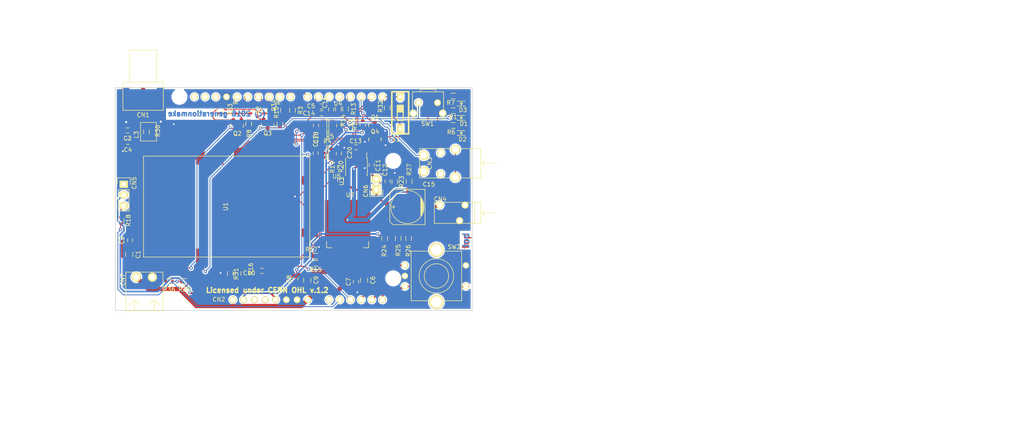
<source format=kicad_pcb>
(kicad_pcb (version 20171130) (host pcbnew 5.0.0-fee4fd1~66~ubuntu18.04.1)
  (title_block (title "ArduTrxDMR Shield") (date 2018-08-28) (rev x1.0))
  (layers (0 F.Cu signal) (31 B.Cu signal) (34 B.Paste user) (35 F.Paste user) (36 B.SilkS user) (37 F.SilkS user) (38 B.Mask user) (39 F.Mask user) (44 Edge.Cuts user))
  (net 0 "")
  (net 1 GND)
  (net 2 /MIC_IN)
  (net 3 VCC)
  (net 4 "Net-(C10-Pad1)")
  (net 5 /AF_OUT)
  (net 6 "Net-(C12-Pad1)")
  (net 7 "Net-(C12-Pad2)")
  (net 8 "Net-(C13-Pad1)")
  (net 9 /GPS_RX)
  (net 10 /AF_OUT_R)
  (net 11 /ENC_A)
  (net 12 /ENC_B)
  (net 13 /ENC_SW)
  (net 14 +5V)
  (net 15 /MIC_IN_R)
  (net 16 /SQ_R)
  (net 17 /TXD)
  (net 18 /PD_Q)
  (net 19 /PTT_Q)
  (net 20 /RXD)
  (net 21 /TXD_R)
  (net 22 /RXD_R)
  (net 23 /PD)
  (net 24 /PTT)
  (net 25 /SQ)
  (net 26 "Net-(R15-Pad2)")
  (net 27 "Net-(R19-Pad2)")
  (net 28 /MIC)
  (net 29 /SPKR)
  (net 30 "Net-(CN3-Pad3)")
  (net 31 "Net-(D1-Pad1)")
  (net 32 "Net-(D2-Pad1)")
  (net 33 "Net-(D3-Pad1)")
  (net 34 /ANT3)
  (net 35 /ANT0)
  (net 36 "Net-(CN5-Pad3)")
  (net 37 "Net-(C15-Pad1)")
  (net 38 "Net-(C16-Pad1)")
  (net 39 VIO)
  (net 40 VIN)
  (net 41 /RXD_S)
  (net 42 /KEYPAD_8)
  (net 43 /KEYPAD_9)
  (net 44 /KEYPAD_10)
  (net 45 "Net-(CN2-Pad13)")
  (net 46 "Net-(CN2-Pad15)")
  (net 47 "Net-(CN2-Pad16)")
  (net 48 "Net-(CN2-Pad17)")
  (net 49 /KEYPAD_4)
  (net 50 /KEYPAD_5)
  (net 51 "Net-(CN2-Pad28)")
  (net 52 "Net-(CN2-Pad29)")
  (net 53 "Net-(CN2-Pad31)")
  (net 54 /KEYPAD_A0)
  (net 55 "Net-(U1-Pad17)")
  (net 56 "Net-(U1-Pad15)")
  (net 57 "Net-(U1-Pad12)")
  (net 58 "Net-(U1-Pad6)")
  (net 59 "Net-(U1-Pad5)")
  (net 60 "Net-(U1-Pad4)")
  (net 61 /PTT_Q_2)
  (net 62 /PD_Q_1)
  (net 63 /PD_Q_2)
  (net 64 /PTT_Q_1)
  (net 65 /SQ_Q)
  (module pin_headers:Pin_Header_Straight_1x03 (layer F.Cu) (at 56.7 100)
    (fp_text reference CN5 (at 2.5 -0.3 90) (layer F.SilkS))
    (fp_text value CONN_01X03)
    (pad 3 thru_hole oval (at 0 5.08) (size 2.032 1.7272) (drill 1.016) (layers *.Cu *.Mask F.SilkS) (net 36 "Net-(CN5-Pad3)"))
    (pad 2 thru_hole oval (at 0 2.54) (size 2.032 1.7272) (drill 1.016) (layers *.Cu *.Mask F.SilkS) (net 14 +5V))
    (pad 1 thru_hole rect (at 0 0) (size 2.032 1.7272) (drill 1.016) (layers *.Cu *.Mask F.SilkS) (net 1 GND))
  )
  (module L_filter:WE-CAIR_4248 (layer F.Cu) (at 62.6 87.5 270)
    (fp_text reference L3 (at 0.7 2.9 270) (layer F.SilkS))
    (fp_text value 744912156)
    (pad 1 smd rect (at -2.165 1.31 270) (size 1.48 5.16) (layers F.Cu F.Paste F.Mask) (net 34 /ANT3))
    (pad 2 smd rect (at 2.165 -1.31 270) (size 1.48 5.16) (layers F.Cu F.Paste F.Mask) (net 35 /ANT0))
  )
  (module MODULE_compute:ARDUINO (layer F.Cu) (at 54.7 130)
    (fp_text reference CN2 (at 24.6 -2.6) (layer F.SilkS))
    (fp_text value ARDUINO)
    (pad 0 thru_hole circle (at 63.5 -50.8) (size 1.6 1.6) (drill 1) (layers *.Cu *.Mask F.SilkS) (net 20 /RXD))
    (pad 8 thru_hole circle (at 41.656 -50.8) (size 1.6 1.6) (drill 1) (layers *.Cu *.Mask F.SilkS) (net 42 /KEYPAD_8))
    (pad 9 thru_hole circle (at 39.116 -50.8) (size 1.6 1.6) (drill 1) (layers *.Cu *.Mask F.SilkS) (net 43 /KEYPAD_9))
    (pad 10 thru_hole circle (at 36.576 -50.8) (size 1.6 1.6) (drill 1) (layers *.Cu *.Mask F.SilkS) (net 44 /KEYPAD_10))
    (pad 11 thru_hole circle (at 34.036 -50.8) (size 1.6 1.6) (drill 1) (layers *.Cu *.Mask F.SilkS) (net 64 /PTT_Q_1))
    (pad 12 thru_hole circle (at 31.496 -50.8) (size 1.6 1.6) (drill 1) (layers *.Cu *.Mask F.SilkS) (net 62 /PD_Q_1))
    (pad 13 thru_hole circle (at 28.956 -50.8) (size 1.6 1.6) (drill 1) (layers *.Cu *.Mask F.SilkS) (net 45 "Net-(CN2-Pad13)"))
    (pad 14 thru_hole circle (at 26.416 -50.8) (size 1.6 1.6) (drill 1) (layers *.Cu *.Mask F.SilkS) (net 1 GND))
    (pad 15 thru_hole circle (at 23.876 -50.8) (size 1.6 1.6) (drill 1) (layers *.Cu *.Mask F.SilkS) (net 46 "Net-(CN2-Pad15)"))
    (pad 16 thru_hole circle (at 21.336 -50.8) (size 1.6 1.6) (drill 1) (layers *.Cu *.Mask F.SilkS) (net 47 "Net-(CN2-Pad16)"))
    (pad 17 thru_hole circle (at 18.796 -50.8) (size 1.6 1.6) (drill 1) (layers *.Cu *.Mask F.SilkS) (net 48 "Net-(CN2-Pad17)"))
    (pad 1 thru_hole circle (at 60.96 -50.8) (size 1.6 1.6) (drill 1) (layers *.Cu *.Mask F.SilkS) (net 17 /TXD))
    (pad 2 thru_hole circle (at 58.42 -50.8) (size 1.6 1.6) (drill 1) (layers *.Cu *.Mask F.SilkS) (net 16 /SQ_R))
    (pad 3 thru_hole circle (at 55.88 -50.8) (size 1.6 1.6) (drill 1) (layers *.Cu *.Mask F.SilkS) (net 15 /MIC_IN_R))
    (pad 4 thru_hole circle (at 53.34 -50.8) (size 1.6 1.6) (drill 1) (layers *.Cu *.Mask F.SilkS) (net 49 /KEYPAD_4))
    (pad 5 thru_hole circle (at 50.8 -50.8) (size 1.6 1.6) (drill 1) (layers *.Cu *.Mask F.SilkS) (net 50 /KEYPAD_5))
    (pad 6 thru_hole circle (at 48.26 -50.8) (size 1.6 1.6) (drill 1) (layers *.Cu *.Mask F.SilkS) (net 61 /PTT_Q_2))
    (pad 7 thru_hole circle (at 45.72 -50.8) (size 1.6 1.6) (drill 1) (layers *.Cu *.Mask F.SilkS) (net 63 /PD_Q_2))
    (pad 24 thru_hole circle (at 45.72 -2.54) (size 1.6 1.6) (drill 1) (layers *.Cu *.Mask F.SilkS) (net 40 VIN))
    (pad 25 thru_hole circle (at 43.18 -2.54) (size 1.6 1.6) (drill 1) (layers *.Cu *.Mask F.SilkS) (net 1 GND))
    (pad 26 thru_hole circle (at 40.64 -2.54) (size 1.6 1.6) (drill 1) (layers *.Cu *.Mask F.SilkS) (net 1 GND))
    (pad 27 thru_hole circle (at 38.1 -2.54) (size 1.6 1.6) (drill 1) (layers *.Cu *.Mask F.SilkS) (net 14 +5V))
    (pad 28 thru_hole circle (at 35.56 -2.54) (size 1.6 1.6) (drill 1) (layers *.Cu *.Mask F.SilkS) (net 51 "Net-(CN2-Pad28)"))
    (pad 29 thru_hole circle (at 33.02 -2.54) (size 1.6 1.6) (drill 1) (layers *.Cu *.Mask F.SilkS) (net 52 "Net-(CN2-Pad29)"))
    (pad 30 thru_hole circle (at 30.48 -2.54) (size 1.6 1.6) (drill 1) (layers *.Cu *.Mask F.SilkS) (net 39 VIO))
    (pad 31 thru_hole circle (at 27.94 -2.54) (size 1.6 1.6) (drill 1) (layers *.Cu *.Mask F.SilkS) (net 53 "Net-(CN2-Pad31)"))
    (pad 18 thru_hole circle (at 63.5 -2.54) (size 1.6 1.6) (drill 1) (layers *.Cu *.Mask F.SilkS) (net 13 /ENC_SW))
    (pad 19 thru_hole circle (at 60.96 -2.54) (size 1.6 1.6) (drill 1) (layers *.Cu *.Mask F.SilkS) (net 12 /ENC_B))
    (pad 20 thru_hole circle (at 58.42 -2.54) (size 1.6 1.6) (drill 1) (layers *.Cu *.Mask F.SilkS) (net 11 /ENC_A))
    (pad 21 thru_hole circle (at 55.88 -2.54) (size 1.6 1.6) (drill 1) (layers *.Cu *.Mask F.SilkS) (net 10 /AF_OUT_R))
    (pad 22 thru_hole circle (at 53.34 -2.54) (size 1.6 1.6) (drill 1) (layers *.Cu *.Mask F.SilkS) (net 9 /GPS_RX))
    (pad 23 thru_hole circle (at 50.8 -2.54) (size 1.6 1.6) (drill 1) (layers *.Cu *.Mask F.SilkS) (net 54 /KEYPAD_A0))
    (pad "" np_thru_hole circle (at 13.97 -2.54) (size 3.175 3.175) (drill 3.175) (layers *.Cu *.Mask F.SilkS))
    (pad "" np_thru_hole circle (at 15.24 -50.8) (size 3.175 3.175) (drill 3.175) (layers *.Cu *.Mask F.SilkS))
    (pad "" np_thru_hole circle (at 66.04 -7.62) (size 3.175 3.175) (drill 3.175) (layers *.Cu *.Mask F.SilkS))
    (pad "" np_thru_hole circle (at 66.04 -35.56) (size 3.175 3.175) (drill 3.175) (layers *.Cu *.Mask F.SilkS))
  )
  (module CON_wuerth:WR-SMA-PCB (layer F.Cu) (at 61.3 77 180)
    (fp_text reference CN1 (at 0 -6.5 180) (layer F.SilkS))
    (fp_text value 60312202114509)
    (pad 1 smd rect (at 0 -2.8 180) (size 0.9 5.6) (layers F.Cu F.Paste F.Mask) (net 34 /ANT3))
    (pad 2 smd rect (at -4.125 -2.8 180) (size 1.65 5.6) (layers F.Cu F.Paste F.Mask) (net 1 GND))
    (pad 5 smd rect (at 4.125 -2.8 180) (size 1.65 5.6) (layers B.Cu B.Paste B.Mask) (net 1 GND))
    (pad 4 smd rect (at -4.125 -2.8 180) (size 1.65 5.6) (layers B.Cu B.Paste B.Mask) (net 1 GND))
    (pad 3 smd rect (at 4.125 -2.8 180) (size 1.65 5.6) (layers F.Cu F.Paste F.Mask) (net 1 GND))
  )
  (module SOT_TO:TO-263-3Lead (layer F.Cu) (at 109.9 117.6 90)
    (fp_text reference U2 (at 15.1 0.6 180) (layer F.SilkS))
    (fp_text value LT1085)
    (pad 1 smd rect (at 0 -2.54 90) (size 4.6 1.39) (layers F.Cu F.Paste F.Mask) (net 26 "Net-(R15-Pad2)"))
    (pad 3 smd rect (at 0 2.54 90) (size 4.6 1.39) (layers F.Cu F.Paste F.Mask) (net 40 VIN))
    (pad 4 smd rect (at 9.15 0 90) (size 9.4 10.8) (layers F.Cu F.Paste F.Mask) (net 3 VCC))
    (pad 2 smd rect (at 0 0 90) (size 4.6 1.39) (layers F.Cu F.Paste F.Mask) (net 3 VCC))
  )
  (module SOIC:SOIC-8_3.9x4.9mm_Pitch1.27mm (layer F.Cu) (at 112 95.9 270)
    (fp_text reference U3 (at 3.4 3.5 90) (layer F.SilkS))
    (fp_text value LM4871)
    (pad 8 smd rect (at 2.6955 -1.9085 270) (size 1.55 0.6) (layers F.Cu F.Paste F.Mask) (net 6 "Net-(C12-Pad1)"))
    (pad 7 smd rect (at 2.6955 -0.6385 270) (size 1.55 0.6) (layers F.Cu F.Paste F.Mask) (net 1 GND))
    (pad 6 smd rect (at 2.6955 0.6315 270) (size 1.55 0.6) (layers F.Cu F.Paste F.Mask) (net 3 VCC))
    (pad 5 smd rect (at 2.6955 1.9015 270) (size 1.55 0.6) (layers F.Cu F.Paste F.Mask) (net 37 "Net-(C15-Pad1)"))
    (pad 4 smd rect (at -2.7045 1.9015 270) (size 1.55 0.6) (layers F.Cu F.Paste F.Mask) (net 27 "Net-(R19-Pad2)"))
    (pad 3 smd rect (at -2.7045 0.6315 270) (size 1.55 0.6) (layers F.Cu F.Paste F.Mask) (net 8 "Net-(C13-Pad1)"))
    (pad 2 smd rect (at -2.7045 -0.6385 270) (size 1.55 0.6) (layers F.Cu F.Paste F.Mask) (net 8 "Net-(C13-Pad1)"))
    (pad 1 smd rect (at -2.7045 -1.9085 270) (size 1.55 0.6) (layers F.Cu F.Paste F.Mask) (net 25 /SQ))
  )
  (module SOT_TO:SOT-23 (layer F.Cu) (at 83.7 85.7 180)
    (fp_text reference Q2 (at 0 -2.25 180) (layer F.SilkS))
    (fp_text value 2N7002)
    (pad 3 smd rect (at 0 -0.99822 180) (size 0.8001 0.8001) (layers F.Cu F.Paste F.Mask) (net 23 /PD))
    (pad 2 smd rect (at 0.95 1.00076 180) (size 0.8001 0.8001) (layers F.Cu F.Paste F.Mask) (net 1 GND))
    (pad 1 smd rect (at -0.95 1.00076 180) (size 0.8001 0.8001) (layers F.Cu F.Paste F.Mask) (net 18 /PD_Q))
  )
  (module SOT_TO:SOT-23 (layer F.Cu) (at 90.9 85.6 180)
    (fp_text reference Q3 (at 0 -2.25 180) (layer F.SilkS))
    (fp_text value 2N7002)
    (pad 3 smd rect (at 0 -0.99822 180) (size 0.8001 0.8001) (layers F.Cu F.Paste F.Mask) (net 24 /PTT))
    (pad 2 smd rect (at 0.95 1.00076 180) (size 0.8001 0.8001) (layers F.Cu F.Paste F.Mask) (net 1 GND))
    (pad 1 smd rect (at -0.95 1.00076 180) (size 0.8001 0.8001) (layers F.Cu F.Paste F.Mask) (net 19 /PTT_Q))
  )
  (module mechanical-switches:ALPS_EC11E (layer F.Cu) (at 131 121.8 270)
    (fp_text reference SW2 (at -6.9 -4.2 180) (layer F.SilkS))
    (fp_text value ALPS_EC11E)
    (pad A thru_hole circle (at -2.5 7.5 270) (size 1.524 1.524) (drill 1) (layers *.Cu *.Mask F.SilkS) (net 11 /ENC_A))
    (pad C thru_hole circle (at 0 7.5 270) (size 1.524 1.524) (drill 1) (layers *.Cu *.Mask F.SilkS) (net 1 GND))
    (pad E thru_hole circle (at 2.5 -7 270) (size 1.524 1.524) (drill 1) (layers *.Cu *.Mask F.SilkS) (net 13 /ENC_SW))
    (pad B thru_hole circle (at 2.5 7.5 270) (size 1.524 1.524) (drill 1) (layers *.Cu *.Mask F.SilkS) (net 12 /ENC_B))
    (pad D thru_hole circle (at -2.5 -7 270) (size 1.524 1.524) (drill 1) (layers *.Cu *.Mask F.SilkS) (net 1 GND))
    (pad 0 thru_hole circle (at -6.2 0 270) (size 3.4 3.4) (drill 2.6) (layers *.Cu *.Mask F.SilkS))
    (pad 0 thru_hole circle (at 6.2 0 270) (size 3.4 3.4) (drill 2.6) (layers *.Cu *.Mask F.SilkS))
  )
  (module CON_lumberg:1501_03 (layer F.Cu) (at 141.5 106.8 270)
    (fp_text reference CN4 (at -3.3 9.6 180) (layer F.SilkS))
    (fp_text value CON_KLINKE3)
    (pad 1 thru_hole circle (at -1.85 3.7 270) (size 1.7 1.7) (drill 1.1) (layers *.Cu *.Mask F.SilkS) (net 1 GND))
    (pad 2 thru_hole circle (at 1.85 5 270) (size 1.7 1.7) (drill 1.1) (layers *.Cu *.Mask F.SilkS) (net 1 GND))
    (pad 3 thru_hole circle (at -1.85 9.7 270) (size 1.7 1.7) (drill 1.1) (layers *.Cu *.Mask F.SilkS) (net 29 /SPKR))
  )
  (module mechanical-switches:WE_4312x6xxx7x6 (layer F.Cu) (at 129 80.6 180)
    (fp_text reference SW1 (at 0.1 -5 180) (layer F.SilkS))
    (fp_text value TAST_HOR)
    (pad 3 thru_hole circle (at 2.25 0 180) (size 1.6 1.6) (drill 1) (layers *.Cu *.Mask F.SilkS) (net 24 /PTT))
    (pad 2 thru_hole circle (at -2.25 0 180) (size 1.6 1.6) (drill 1) (layers *.Cu *.Mask F.SilkS) (net 1 GND))
    (pad 1 thru_hole circle (at -3.5 -2.5 180) (size 1.8 1.8) (drill 1.2) (layers *.Cu *.Mask F.SilkS) (net 1 GND))
    (pad 4 thru_hole circle (at 3.5 -2.5 180) (size 1.8 1.8) (drill 1.2) (layers *.Cu *.Mask F.SilkS) (net 1 GND))
  )
  (module pin_headers:Pin_Header_Straight_1x02 (layer F.Cu) (at 116.7 101.3 180)
    (fp_text reference CN6 (at 2.5 -0.3 270) (layer F.SilkS))
    (fp_text value CONN_01X02)
    (pad 2 thru_hole oval (at 0 2.54 180) (size 2.032 2.032) (drill 1.016) (layers *.Cu *.Mask F.SilkS) (net 6 "Net-(C12-Pad1)"))
    (pad 1 thru_hole rect (at 0 0 180) (size 2.032 2.032) (drill 1.016) (layers *.Cu *.Mask F.SilkS) (net 37 "Net-(C15-Pad1)"))
  )
  (module capacitors:c_elec_8x10.5 (layer F.Cu) (at 124.1 105.4 180)
    (fp_text reference C15 (at -5.1 5.4 180) (layer F.SilkS))
    (fp_text value 470u)
    (pad 2 smd rect (at -3.2512 0 180) (size 3.50012 2.4003) (layers F.Cu F.Paste F.Mask) (net 29 /SPKR))
    (pad 1 smd rect (at 3.2512 0 180) (size 3.50012 2.4003) (layers F.Cu F.Paste F.Mask) (net 37 "Net-(C15-Pad1)"))
  )
  (module capacitors:C_0603 (layer F.Cu) (at 57.6 87.2 180)
    (fp_text reference C3 (at 0 -1.9 180) (layer F.SilkS))
    (fp_text value 47p)
    (pad 2 smd rect (at 0.75 0 180) (size 0.8 0.75) (layers F.Cu F.Paste F.Mask) (net 1 GND))
    (pad 1 smd rect (at -0.75 0 180) (size 0.8 0.75) (layers F.Cu F.Paste F.Mask) (net 34 /ANT3))
  )
  (module capacitors:C_0603 (layer F.Cu) (at 57.7 89.9 180)
    (fp_text reference C4 (at 0 -1.9 180) (layer F.SilkS))
    (fp_text value 30p)
    (pad 2 smd rect (at 0.75 0 180) (size 0.8 0.75) (layers F.Cu F.Paste F.Mask) (net 1 GND))
    (pad 1 smd rect (at -0.75 0 180) (size 0.8 0.75) (layers F.Cu F.Paste F.Mask) (net 35 /ANT0))
  )
  (module capacitors:C_0603 (layer F.Cu) (at 103.7 81.5 180)
    (fp_text reference C5 (at 2.5 0.1 180) (layer F.SilkS))
    (fp_text value 100n)
    (pad 2 smd rect (at 0.75 0 180) (size 0.8 0.75) (layers F.Cu F.Paste F.Mask) (net 2 /MIC_IN))
    (pad 1 smd rect (at -0.75 0 180) (size 0.8 0.75) (layers F.Cu F.Paste F.Mask) (net 38 "Net-(C16-Pad1)"))
  )
  (module capacitors:C_0805 (layer F.Cu) (at 113.8 122.8 270)
    (fp_text reference C6 (at 0 -2.1 270) (layer F.SilkS))
    (fp_text value 10u)
    (pad 2 smd rect (at 1 0 270) (size 1 1.25) (layers F.Cu F.Paste F.Mask) (net 1 GND))
    (pad 1 smd rect (at -1 0 270) (size 1 1.25) (layers F.Cu F.Paste F.Mask) (net 40 VIN))
  )
  (module capacitors:C_0603 (layer F.Cu) (at 111.9 123.2 270)
    (fp_text reference C7 (at 0 1.8 270) (layer F.SilkS))
    (fp_text value 100n)
    (pad 2 smd rect (at 0.75 0 270) (size 0.8 0.75) (layers F.Cu F.Paste F.Mask) (net 1 GND))
    (pad 1 smd rect (at -0.75 0 270) (size 0.8 0.75) (layers F.Cu F.Paste F.Mask) (net 40 VIN))
  )
  (module capacitors:C_0603 (layer F.Cu) (at 97.5 122.45 270)
    (fp_text reference C8 (at 0.1 1.5 270) (layer F.SilkS))
    (fp_text value 100n)
    (pad 2 smd rect (at 0.75 0 270) (size 0.8 0.75) (layers F.Cu F.Paste F.Mask) (net 1 GND))
    (pad 1 smd rect (at -0.75 0 270) (size 0.8 0.75) (layers F.Cu F.Paste F.Mask) (net 3 VCC))
  )
  (module capacitors:C_0805 (layer F.Cu) (at 100.3 122.8 270)
    (fp_text reference C9 (at 0 -2.1 270) (layer F.SilkS))
    (fp_text value 10u)
    (pad 2 smd rect (at 1 0 270) (size 1 1.25) (layers F.Cu F.Paste F.Mask) (net 1 GND))
    (pad 1 smd rect (at -1 0 270) (size 1 1.25) (layers F.Cu F.Paste F.Mask) (net 3 VCC))
  )
  (module capacitors:C_0603 (layer F.Cu) (at 89.5 120.6 180)
    (fp_text reference C10 (at 3 -0.5 180) (layer F.SilkS))
    (fp_text value 100n)
    (pad 2 smd rect (at 0.75 0 180) (size 0.8 0.75) (layers F.Cu F.Paste F.Mask) (net 5 /AF_OUT))
    (pad 1 smd rect (at -0.75 0 180) (size 0.8 0.75) (layers F.Cu F.Paste F.Mask) (net 4 "Net-(C10-Pad1)"))
  )
  (module capacitors:C_0603 (layer F.Cu) (at 115.6 95.4 270)
    (fp_text reference C11 (at 0.1 -1.5 270) (layer F.SilkS))
    (fp_text value 100n)
    (pad 2 smd rect (at 0.75 0 270) (size 0.8 0.75) (layers F.Cu F.Paste F.Mask) (net 1 GND))
    (pad 1 smd rect (at -0.75 0 270) (size 0.8 0.75) (layers F.Cu F.Paste F.Mask) (net 3 VCC))
  )
  (module capacitors:C_0603 (layer F.Cu) (at 119.4 99.3 90)
    (fp_text reference C12 (at 2.7 -0.6 90) (layer F.SilkS))
    (fp_text value 100n)
    (pad 2 smd rect (at 0.75 0 90) (size 0.8 0.75) (layers F.Cu F.Paste F.Mask) (net 7 "Net-(C12-Pad2)"))
    (pad 1 smd rect (at -0.75 0 90) (size 0.8 0.75) (layers F.Cu F.Paste F.Mask) (net 6 "Net-(C12-Pad1)"))
  )
  (module capacitors:C_0603 (layer F.Cu) (at 111.9 91.2 180)
    (fp_text reference C13 (at 0.1 1.5 180) (layer F.SilkS))
    (fp_text value 1u)
    (pad 2 smd rect (at 0.75 0 180) (size 0.8 0.75) (layers F.Cu F.Paste F.Mask) (net 1 GND))
    (pad 1 smd rect (at -0.75 0 180) (size 0.8 0.75) (layers F.Cu F.Paste F.Mask) (net 8 "Net-(C13-Pad1)"))
  )
  (module capacitors:C_0603 (layer F.Cu) (at 103.7 83.1 180)
    (fp_text reference C14 (at 3 0 180) (layer F.SilkS))
    (fp_text value 100n)
    (pad 2 smd rect (at 0.75 0 180) (size 0.8 0.75) (layers F.Cu F.Paste F.Mask) (net 2 /MIC_IN))
    (pad 1 smd rect (at -0.75 0 180) (size 0.8 0.75) (layers F.Cu F.Paste F.Mask) (net 28 /MIC))
  )
  (module capacitors:C_0603 (layer F.Cu) (at 106 82.2 90)
    (fp_text reference C16 (at 1.7 -1.5 90) (layer F.SilkS))
    (fp_text value 100n)
    (pad 2 smd rect (at 0.75 0 90) (size 0.8 0.75) (layers F.Cu F.Paste F.Mask) (net 1 GND))
    (pad 1 smd rect (at -0.75 0 90) (size 0.8 0.75) (layers F.Cu F.Paste F.Mask) (net 38 "Net-(C16-Pad1)"))
  )
  (module capacitors:C_0603 (layer F.Cu) (at 102.3 92.6 90)
    (fp_text reference C17 (at 2.9 0 90) (layer F.SilkS))
    (fp_text value 100n)
    (pad 2 smd rect (at 0.75 0 90) (size 0.8 0.75) (layers F.Cu F.Paste F.Mask) (net 1 GND))
    (pad 1 smd rect (at -0.75 0 90) (size 0.8 0.75) (layers F.Cu F.Paste F.Mask) (net 3 VCC))
  )
  (module capacitors:C_0603 (layer F.Cu) (at 102.4 86 270)
    (fp_text reference C18 (at 2.9 0 270) (layer F.SilkS))
    (fp_text value 100n)
    (pad 2 smd rect (at 0.75 0 270) (size 0.8 0.75) (layers F.Cu F.Paste F.Mask) (net 1 GND))
    (pad 1 smd rect (at -0.75 0 270) (size 0.8 0.75) (layers F.Cu F.Paste F.Mask) (net 3 VCC))
  )
  (module capacitors:C_0603 (layer F.Cu) (at 107.9 86 270)
    (fp_text reference C19 (at 0 -2.7 270) (layer F.SilkS))
    (fp_text value 100n)
    (pad 2 smd rect (at 0.75 0 270) (size 0.8 0.75) (layers F.Cu F.Paste F.Mask) (net 1 GND))
    (pad 1 smd rect (at -0.75 0 270) (size 0.8 0.75) (layers F.Cu F.Paste F.Mask) (net 39 VIO))
  )
  (module capacitors:C_0603 (layer F.Cu) (at 107.8 92.7 90)
    (fp_text reference C20 (at 0.2 2.6 90) (layer F.SilkS))
    (fp_text value 100n)
    (pad 2 smd rect (at 0.75 0 90) (size 0.8 0.75) (layers F.Cu F.Paste F.Mask) (net 1 GND))
    (pad 1 smd rect (at -0.75 0 90) (size 0.8 0.75) (layers F.Cu F.Paste F.Mask) (net 39 VIO))
  )
  (module LEDs:LED_0603 (layer F.Cu) (at 137 84.2)
    (fp_text reference D1 (at 0.5 1.4) (layer F.SilkS))
    (fp_text value Led_red)
    (pad 1 smd rect (at -0.7493 0 180) (size 0.79756 0.79756) (layers F.Cu F.Paste F.Mask) (net 31 "Net-(D1-Pad1)"))
    (pad 2 smd rect (at 0.7493 0 180) (size 0.79756 0.79756) (layers F.Cu F.Paste F.Mask) (net 3 VCC))
  )
  (module LEDs:LED_0603 (layer F.Cu) (at 137 87.8)
    (fp_text reference D2 (at 0.2 1.5) (layer F.SilkS))
    (fp_text value Led_yellow)
    (pad 1 smd rect (at -0.7493 0 180) (size 0.79756 0.79756) (layers F.Cu F.Paste F.Mask) (net 32 "Net-(D2-Pad1)"))
    (pad 2 smd rect (at 0.7493 0 180) (size 0.79756 0.79756) (layers F.Cu F.Paste F.Mask) (net 3 VCC))
  )
  (module LEDs:LED_0603 (layer F.Cu) (at 137 80.8)
    (fp_text reference D3 (at 0.3 1.5) (layer F.SilkS))
    (fp_text value Led_green)
    (pad 1 smd rect (at -0.7493 0 180) (size 0.79756 0.79756) (layers F.Cu F.Paste F.Mask) (net 33 "Net-(D3-Pad1)"))
    (pad 2 smd rect (at 0.7493 0 180) (size 0.79756 0.79756) (layers F.Cu F.Paste F.Mask) (net 3 VCC))
  )
  (module resistors:R_0603 (layer F.Cu) (at 135 82.5 180)
    (fp_text reference R1 (at 0 -1.5 180) (layer F.SilkS))
    (fp_text value 1k)
    (pad 2 smd rect (at 0.75 0 180) (size 0.5 0.9) (layers F.Cu F.Paste F.Mask) (net 24 /PTT))
    (pad 1 smd rect (at -0.75 0 180) (size 0.5 0.9) (layers F.Cu F.Paste F.Mask) (net 31 "Net-(D1-Pad1)"))
  )
  (module resistors:R_0603 (layer F.Cu) (at 105.2 88.4 180)
    (fp_text reference R4 (at 0.1 -1.4 180) (layer F.SilkS))
    (fp_text value DNI)
    (pad 2 smd rect (at 0.75 0 180) (size 0.5 0.9) (layers F.Cu F.Paste F.Mask) (net 21 /TXD_R))
    (pad 1 smd rect (at -0.75 0 180) (size 0.5 0.9) (layers F.Cu F.Paste F.Mask) (net 17 /TXD))
  )
  (module resistors:R_0603 (layer F.Cu) (at 105.2 90.1 180)
    (fp_text reference R5 (at -0.5 1.5 180) (layer F.SilkS))
    (fp_text value DNI)
    (pad 2 smd rect (at 0.75 0 180) (size 0.5 0.9) (layers F.Cu F.Paste F.Mask) (net 22 /RXD_R))
    (pad 1 smd rect (at -0.75 0 180) (size 0.5 0.9) (layers F.Cu F.Paste F.Mask) (net 41 /RXD_S))
  )
  (module resistors:R_0603 (layer F.Cu) (at 135 86 180)
    (fp_text reference R6 (at 0.5 -1.6 180) (layer F.SilkS))
    (fp_text value 1k)
    (pad 2 smd rect (at 0.75 0 180) (size 0.5 0.9) (layers F.Cu F.Paste F.Mask) (net 1 GND))
    (pad 1 smd rect (at -0.75 0 180) (size 0.5 0.9) (layers F.Cu F.Paste F.Mask) (net 32 "Net-(D2-Pad1)"))
  )
  (module resistors:R_0603 (layer F.Cu) (at 135 79 180)
    (fp_text reference R7 (at 0.6 -1.6 180) (layer F.SilkS))
    (fp_text value 1k)
    (pad 2 smd rect (at 0.75 0 180) (size 0.5 0.9) (layers F.Cu F.Paste F.Mask) (net 25 /SQ))
    (pad 1 smd rect (at -0.75 0 180) (size 0.5 0.9) (layers F.Cu F.Paste F.Mask) (net 33 "Net-(D3-Pad1)"))
  )
  (module resistors:R_0603 (layer F.Cu) (at 86.4 85.6 270)
    (fp_text reference R8 (at 2.3 -0.1 270) (layer F.SilkS))
    (fp_text value 1k)
    (pad 2 smd rect (at 0.75 0 270) (size 0.5 0.9) (layers F.Cu F.Paste F.Mask) (net 23 /PD))
    (pad 1 smd rect (at -0.75 0 270) (size 0.5 0.9) (layers F.Cu F.Paste F.Mask) (net 3 VCC))
  )
  (module resistors:R_0603 (layer F.Cu) (at 83.2 82.4 270)
    (fp_text reference R9 (at -2.3 -0.1 270) (layer F.SilkS))
    (fp_text value 100)
    (pad 2 smd rect (at 0.75 0 270) (size 0.5 0.9) (layers F.Cu F.Paste F.Mask) (net 18 /PD_Q))
    (pad 1 smd rect (at -0.75 0 270) (size 0.5 0.9) (layers F.Cu F.Paste F.Mask) (net 62 /PD_Q_1))
  )
  (module resistors:R_0603 (layer F.Cu) (at 93.8 85.7 270)
    (fp_text reference R10 (at -2.8 0.8 270) (layer F.SilkS))
    (fp_text value 1k)
    (pad 2 smd rect (at 0.75 0 270) (size 0.5 0.9) (layers F.Cu F.Paste F.Mask) (net 24 /PTT))
    (pad 1 smd rect (at -0.75 0 270) (size 0.5 0.9) (layers F.Cu F.Paste F.Mask) (net 3 VCC))
  )
  (module resistors:R_0603 (layer F.Cu) (at 93.3 82.4 270)
    (fp_text reference R11 (at -2.7 -0.1 270) (layer F.SilkS))
    (fp_text value 100)
    (pad 2 smd rect (at 0.75 0 270) (size 0.5 0.9) (layers F.Cu F.Paste F.Mask) (net 19 /PTT_Q))
    (pad 1 smd rect (at -0.75 0 270) (size 0.5 0.9) (layers F.Cu F.Paste F.Mask) (net 64 /PTT_Q_1))
  )
  (module resistors:R_0603 (layer F.Cu) (at 113.5 85.7 90)
    (fp_text reference R12 (at 0 -1.9 90) (layer F.SilkS))
    (fp_text value 4k7)
    (pad 2 smd rect (at 0.75 0 90) (size 0.5 0.9) (layers F.Cu F.Paste F.Mask) (net 16 /SQ_R))
    (pad 1 smd rect (at -0.75 0 90) (size 0.5 0.9) (layers F.Cu F.Paste F.Mask) (net 39 VIO))
  )
  (module resistors:R_0603 (layer F.Cu) (at 109.4 82.1 270)
    (fp_text reference R13 (at 0 -1.9 270) (layer F.SilkS))
    (fp_text value 4k7)
    (pad 2 smd rect (at 0.75 0 270) (size 0.5 0.9) (layers F.Cu F.Paste F.Mask) (net 38 "Net-(C16-Pad1)"))
    (pad 1 smd rect (at -0.75 0 270) (size 0.5 0.9) (layers F.Cu F.Paste F.Mask) (net 15 /MIC_IN_R))
  )
  (module resistors:R_0603 (layer F.Cu) (at 107.7 82.1 90)
    (fp_text reference R14 (at -2.7 1.1 90) (layer F.SilkS))
    (fp_text value 1k)
    (pad 2 smd rect (at 0.75 0 90) (size 0.5 0.9) (layers F.Cu F.Paste F.Mask) (net 1 GND))
    (pad 1 smd rect (at -0.75 0 90) (size 0.5 0.9) (layers F.Cu F.Paste F.Mask) (net 38 "Net-(C16-Pad1)"))
  )
  (module resistors:R_0603 (layer F.Cu) (at 102.3 118.8)
    (fp_text reference R15 (at 0 1.5) (layer F.SilkS))
    (fp_text value 121)
    (pad 2 smd rect (at 0.75 0) (size 0.5 0.9) (layers F.Cu F.Paste F.Mask) (net 26 "Net-(R15-Pad2)"))
    (pad 1 smd rect (at -0.75 0) (size 0.5 0.9) (layers F.Cu F.Paste F.Mask) (net 3 VCC))
  )
  (module resistors:R_0603 (layer F.Cu) (at 83.9 121.2 270)
    (fp_text reference R16 (at -1.1 -3 270) (layer F.SilkS))
    (fp_text value 1k)
    (pad 2 smd rect (at 0.75 0 270) (size 0.5 0.9) (layers F.Cu F.Paste F.Mask) (net 10 /AF_OUT_R))
    (pad 1 smd rect (at -0.75 0 270) (size 0.5 0.9) (layers F.Cu F.Paste F.Mask) (net 5 /AF_OUT))
  )
  (module resistors:R_0603 (layer F.Cu) (at 102.3 117.1 180)
    (fp_text reference R17 (at 1 1.6 180) (layer F.SilkS))
    (fp_text value 300)
    (pad 2 smd rect (at 0.75 0 180) (size 0.5 0.9) (layers F.Cu F.Paste F.Mask) (net 1 GND))
    (pad 1 smd rect (at -0.75 0 180) (size 0.5 0.9) (layers F.Cu F.Paste F.Mask) (net 26 "Net-(R15-Pad2)"))
  )
  (module resistors:R_0603 (layer F.Cu) (at 56.1 108.6 90)
    (fp_text reference R18 (at 0 1.7 90) (layer F.SilkS))
    (fp_text value 100)
    (pad 2 smd rect (at 0.75 0 90) (size 0.5 0.9) (layers F.Cu F.Paste F.Mask) (net 36 "Net-(CN5-Pad3)"))
    (pad 1 smd rect (at -0.75 0 90) (size 0.5 0.9) (layers F.Cu F.Paste F.Mask) (net 9 /GPS_RX))
  )
  (module resistors:R_0603 (layer F.Cu) (at 108.2 95.9 90)
    (fp_text reference R19 (at 0 -1.9 90) (layer F.SilkS))
    (fp_text value 20k)
    (pad 2 smd rect (at 0.75 0 90) (size 0.5 0.9) (layers F.Cu F.Paste F.Mask) (net 27 "Net-(R19-Pad2)"))
    (pad 1 smd rect (at -0.75 0 90) (size 0.5 0.9) (layers F.Cu F.Paste F.Mask) (net 37 "Net-(C15-Pad1)"))
  )
  (module resistors:R_0603 (layer F.Cu) (at 108.2 98.8 270)
    (fp_text reference R20 (at -3 -0.1 270) (layer F.SilkS))
    (fp_text value 20k)
    (pad 2 smd rect (at 0.75 0 270) (size 0.5 0.9) (layers F.Cu F.Paste F.Mask) (net 4 "Net-(C10-Pad1)"))
    (pad 1 smd rect (at -0.75 0 270) (size 0.5 0.9) (layers F.Cu F.Paste F.Mask) (net 27 "Net-(R19-Pad2)"))
  )
  (module resistors:R_0603 (layer F.Cu) (at 121.1 99.4 90)
    (fp_text reference R23 (at 0 1.6 90) (layer F.SilkS))
    (fp_text value 2k)
    (pad 2 smd rect (at 0.75 0 90) (size 0.5 0.9) (layers F.Cu F.Paste F.Mask) (net 1 GND))
    (pad 1 smd rect (at -0.75 0 90) (size 0.5 0.9) (layers F.Cu F.Paste F.Mask) (net 7 "Net-(C12-Pad2)"))
  )
  (module resistors:R_0603 (layer F.Cu) (at 118.7 112.9 270)
    (fp_text reference R24 (at 2.9 0.1 270) (layer F.SilkS))
    (fp_text value 1k)
    (pad 2 smd rect (at 0.75 0 270) (size 0.5 0.9) (layers F.Cu F.Paste F.Mask) (net 11 /ENC_A))
    (pad 1 smd rect (at -0.75 0 270) (size 0.5 0.9) (layers F.Cu F.Paste F.Mask) (net 39 VIO))
  )
  (module resistors:R_0603 (layer F.Cu) (at 121.9 112.9 270)
    (fp_text reference R25 (at 2.8 0 270) (layer F.SilkS))
    (fp_text value 1k)
    (pad 2 smd rect (at 0.75 0 270) (size 0.5 0.9) (layers F.Cu F.Paste F.Mask) (net 12 /ENC_B))
    (pad 1 smd rect (at -0.75 0 270) (size 0.5 0.9) (layers F.Cu F.Paste F.Mask) (net 39 VIO))
  )
  (module resistors:R_0603 (layer F.Cu) (at 124.4 112.9 270)
    (fp_text reference R26 (at 2.9 0.1 270) (layer F.SilkS))
    (fp_text value 1k)
    (pad 2 smd rect (at 0.75 0 270) (size 0.5 0.9) (layers F.Cu F.Paste F.Mask) (net 13 /ENC_SW))
    (pad 1 smd rect (at -0.75 0 270) (size 0.5 0.9) (layers F.Cu F.Paste F.Mask) (net 39 VIO))
  )
  (module resistors:R_0603 (layer F.Cu) (at 124.5 99.3 90)
    (fp_text reference R27 (at 2.8 0 90) (layer F.SilkS))
    (fp_text value 4k7)
    (pad 2 smd rect (at 0.75 0 90) (size 0.5 0.9) (layers F.Cu F.Paste F.Mask) (net 28 /MIC))
    (pad 1 smd rect (at -0.75 0 90) (size 0.5 0.9) (layers F.Cu F.Paste F.Mask) (net 3 VCC))
  )
  (module resistors:R_0603 (layer F.Cu) (at 62.1 87.5 90)
    (fp_text reference R30 (at 0.2 2.7 90) (layer F.SilkS))
    (fp_text value DNI)
    (pad 2 smd rect (at 0.75 0 90) (size 0.5 0.9) (layers F.Cu F.Paste F.Mask) (net 34 /ANT3))
    (pad 1 smd rect (at -0.75 0 90) (size 0.5 0.9) (layers F.Cu F.Paste F.Mask) (net 35 /ANT0))
  )
  (module resistors:R_0603 (layer F.Cu) (at 82 121.2 90)
    (fp_text reference R31 (at -0.1 1.4 90) (layer F.SilkS))
    (fp_text value 1k)
    (pad 2 smd rect (at 0.75 0 90) (size 0.5 0.9) (layers F.Cu F.Paste F.Mask) (net 1 GND))
    (pad 1 smd rect (at -0.75 0 90) (size 0.5 0.9) (layers F.Cu F.Paste F.Mask) (net 10 /AF_OUT_R))
  )
  (module resistors:R_0603 (layer F.Cu) (at 119.3 81.8 270)
    (fp_text reference R32 (at -0.3 1.6 270) (layer F.SilkS))
    (fp_text value DNI)
    (pad 2 smd rect (at 0.75 0 270) (size 0.5 0.9) (layers F.Cu F.Paste F.Mask) (net 41 /RXD_S))
    (pad 1 smd rect (at -0.75 0 270) (size 0.5 0.9) (layers F.Cu F.Paste F.Mask) (net 20 /RXD))
  )
  (module mechanical-switches:dip_1-300 (layer F.Cu) (at 122.4 83)
    (fp_text reference S1 (at -1 6.3) (layer F.SilkS))
    (fp_text value SW_DIP_x1 hide)
    (pad 2 thru_hole oval (at 0 -3.81) (size 1.4986 2.1971) (drill 0.8001) (layers *.Cu *.Mask F.SilkS) (net 20 /RXD))
    (pad 1 thru_hole rect (at 0 3.81) (size 1.4986 2.1971) (drill 0.8001) (layers *.Cu *.Mask F.SilkS) (net 41 /RXD_S))
  )
  (module SOT_TO:SOT-23-6 (layer F.Cu) (at 105.2 86)
    (fp_text reference U4 (at 2.4 -5.2) (layer F.SilkS))
    (fp_text value SN74LVC1T45)
    (pad 5 smd rect (at 1.1 0) (size 1.06 0.65) (layers F.Cu F.Paste F.Mask) (net 1 GND))
    (pad 6 smd rect (at 1.1 -0.95) (size 1.06 0.65) (layers F.Cu F.Paste F.Mask) (net 39 VIO))
    (pad 4 smd rect (at 1.1 0.95) (size 1.06 0.65) (layers F.Cu F.Paste F.Mask) (net 17 /TXD))
    (pad 3 smd rect (at -1.1 0.95) (size 1.06 0.65) (layers F.Cu F.Paste F.Mask) (net 21 /TXD_R))
    (pad 2 smd rect (at -1.1 0) (size 1.06 0.65) (layers F.Cu F.Paste F.Mask) (net 1 GND))
    (pad 1 smd rect (at -1.1 -0.95) (size 1.06 0.65) (layers F.Cu F.Paste F.Mask) (net 3 VCC))
  )
  (module SOT_TO:SOT-23-6 (layer F.Cu) (at 105.1 92.6 180)
    (fp_text reference U5 (at -2.2 -5.5 180) (layer F.SilkS))
    (fp_text value SN74LVC1T45)
    (pad 5 smd rect (at 1.1 0 180) (size 1.06 0.65) (layers F.Cu F.Paste F.Mask) (net 1 GND))
    (pad 6 smd rect (at 1.1 -0.95 180) (size 1.06 0.65) (layers F.Cu F.Paste F.Mask) (net 3 VCC))
    (pad 4 smd rect (at 1.1 0.95 180) (size 1.06 0.65) (layers F.Cu F.Paste F.Mask) (net 22 /RXD_R))
    (pad 3 smd rect (at -1.1 0.95 180) (size 1.06 0.65) (layers F.Cu F.Paste F.Mask) (net 41 /RXD_S))
    (pad 2 smd rect (at -1.1 0 180) (size 1.06 0.65) (layers F.Cu F.Paste F.Mask) (net 1 GND))
    (pad 1 smd rect (at -1.1 -0.95 180) (size 1.06 0.65) (layers F.Cu F.Paste F.Mask) (net 39 VIO))
  )
  (module CON_lumberg:1503_07 (layer F.Cu) (at 141.5 95 270)
    (fp_text reference CN3 (at 0 12.1 270) (layer F.SilkS))
    (fp_text value CON_KLINKE3)
    (pad 3 thru_hole circle (at 3.3 6 270) (size 2.2 2.2) (drill 1.5) (layers *.Cu *.Mask F.SilkS) (net 30 "Net-(CN3-Pad3)"))
    (pad 3 thru_hole circle (at -3.3 6 270) (size 2.2 2.2) (drill 1.5) (layers *.Cu *.Mask F.SilkS) (net 30 "Net-(CN3-Pad3)"))
    (pad 1 thru_hole circle (at -1.9 13.5 270) (size 2.2 2.2) (drill 1.5) (layers *.Cu *.Mask F.SilkS) (net 24 /PTT))
    (pad 2 thru_hole circle (at 1.9 13.5 270) (size 2.2 2.2) (drill 1.5) (layers *.Cu *.Mask F.SilkS) (net 28 /MIC))
    (pad "" np_thru_hole circle (at -2.5 9.5 270) (size 1.7 1.7) (drill 1.15) (layers *.Cu *.Mask F.SilkS))
    (pad "" np_thru_hole circle (at 2.5 9.5 270) (size 1.7 1.7) (drill 1.15) (layers *.Cu *.Mask F.SilkS))
  )
  (module resistors:R_0603 (layer F.Cu) (at 79.5 82.4 90)
    (fp_text reference R33 (at 0.2 2.5 90) (layer F.SilkS))
    (fp_text value 4k7)
    (pad 2 smd rect (at 0.75 0 90) (size 0.5 0.9) (layers F.Cu F.Paste F.Mask) (net 1 GND))
    (pad 1 smd rect (at -0.75 0 90) (size 0.5 0.9) (layers F.Cu F.Paste F.Mask) (net 18 /PD_Q))
  )
  (module resistors:R_0603 (layer F.Cu) (at 90.1 82.4 90)
    (fp_text reference R34 (at 1.2 2.3 90) (layer F.SilkS))
    (fp_text value 4k7)
    (pad 2 smd rect (at 0.75 0 90) (size 0.5 0.9) (layers F.Cu F.Paste F.Mask) (net 1 GND))
    (pad 1 smd rect (at -0.75 0 90) (size 0.5 0.9) (layers F.Cu F.Paste F.Mask) (net 19 /PTT_Q))
  )
  (module resistors:R_0603 (layer F.Cu) (at 71.15 123.1 180)
    (fp_text reference R35 (at 0 -1.9 180) (layer F.SilkS))
    (fp_text value 100k)
    (pad 2 smd rect (at 0.75 0 180) (size 0.5 0.9) (layers F.Cu F.Paste F.Mask) (net 9 /GPS_RX))
    (pad 1 smd rect (at -0.75 0 180) (size 0.5 0.9) (layers F.Cu F.Paste F.Mask) (net 40 VIN))
  )
  (module resistors:R_0603 (layer F.Cu) (at 67.5 123.1 180)
    (fp_text reference R36 (at 0 -1.9 180) (layer F.SilkS))
    (fp_text value 20k)
    (pad 2 smd rect (at 0.75 0 180) (size 0.5 0.9) (layers F.Cu F.Paste F.Mask) (net 1 GND))
    (pad 1 smd rect (at -0.75 0 180) (size 0.5 0.9) (layers F.Cu F.Paste F.Mask) (net 9 /GPS_RX))
  )
  (module CON_wuerth:WR-TBL_691322310002 (layer F.Cu) (at 61.6 122.1)
    (fp_text reference CN7 (at -5.1 0.6 90) (layer F.SilkS))
    (fp_text value 691322310002 hide)
    (pad 2 thru_hole circle (at 1.905 0) (size 2.2 2.2) (drill 1.4) (layers *.Cu *.Mask F.SilkS) (net 1 GND))
    (pad 1 thru_hole circle (at -1.905 0) (size 2.2 2.2) (drill 1.4) (layers *.Cu *.Mask F.SilkS) (net 40 VIN))
  )
  (module MODULE_RF:DMR818 (layer F.Cu) (at 81.4 105.3 270)
    (fp_text reference U1 (at 0 0.5 270) (layer F.SilkS))
    (fp_text value DMR818)
    (pad 20 smd rect (at -6.225 -19.5) (size 4 2) (layers F.Cu F.Paste F.Mask) (net 1 GND))
    (pad 19 smd rect (at 6.225 -19.5) (size 4 2) (layers F.Cu F.Paste F.Mask) (net 1 GND))
    (pad 18 smd rect (at 12 -11.5 270) (size 4 2) (layers F.Cu F.Paste F.Mask) (net 65 /SQ_Q))
    (pad 17 smd rect (at 12 -7 270) (size 4 2) (layers F.Cu F.Paste F.Mask) (net 55 "Net-(U1-Pad17)"))
    (pad 16 smd rect (at 12 -2.5 270) (size 4 2) (layers F.Cu F.Paste F.Mask) (net 5 /AF_OUT))
    (pad 15 smd rect (at 12 2 270) (size 4 2) (layers F.Cu F.Paste F.Mask) (net 56 "Net-(U1-Pad15)"))
    (pad 14 smd rect (at 12 6.5 270) (size 4 2) (layers F.Cu F.Paste F.Mask) (net 24 /PTT))
    (pad 13 smd rect (at 12 11 270) (size 4 2) (layers F.Cu F.Paste F.Mask) (net 23 /PD))
    (pad 12 smd rect (at 12 15.5 270) (size 4 2) (layers F.Cu F.Paste F.Mask) (net 57 "Net-(U1-Pad12)"))
    (pad 11 smd rect (at 9.2 20) (size 4 2) (layers F.Cu F.Paste F.Mask) (net 3 VCC))
    (pad 10 smd rect (at 4.6 20 180) (size 4 2) (layers F.Cu F.Paste F.Mask) (net 1 GND))
    (pad 9 smd rect (at -4.6 20) (size 4 2) (layers F.Cu F.Paste F.Mask) (net 1 GND))
    (pad 8 smd rect (at -9.2 20) (size 4 2) (layers F.Cu F.Paste F.Mask) (net 1 GND))
    (pad 7 smd rect (at -12 15.5 270) (size 4 2) (layers F.Cu F.Paste F.Mask) (net 35 /ANT0))
    (pad 6 smd rect (at -12 11 270) (size 4 2) (layers F.Cu F.Paste F.Mask) (net 58 "Net-(U1-Pad6)"))
    (pad 5 smd rect (at -12 6.5 270) (size 4 2) (layers F.Cu F.Paste F.Mask) (net 59 "Net-(U1-Pad5)"))
    (pad 4 smd rect (at -12 2 270) (size 4 2) (layers F.Cu F.Paste F.Mask) (net 60 "Net-(U1-Pad4)"))
    (pad 3 smd rect (at -12 -2.5 270) (size 4 2) (layers F.Cu F.Paste F.Mask) (net 21 /TXD_R))
    (pad 2 smd rect (at -12 -7 270) (size 4 2) (layers F.Cu F.Paste F.Mask) (net 22 /RXD_R))
    (pad 1 smd rect (at -12 -11.5 270) (size 4 2) (layers F.Cu F.Paste F.Mask) (net 2 /MIC_IN))
  )
  (module resistors:R_0603 (layer F.Cu) (at 86.8 82.4 270)
    (fp_text reference R2 (at 0 -1.9 270) (layer F.SilkS))
    (fp_text value 100)
    (pad 1 smd rect (at -0.75 0 270) (size 0.5 0.9) (layers F.Cu F.Paste F.Mask) (net 63 /PD_Q_2))
    (pad 2 smd rect (at 0.75 0 270) (size 0.5 0.9) (layers F.Cu F.Paste F.Mask) (net 18 /PD_Q))
  )
  (module resistors:R_0603 (layer F.Cu) (at 96.8 82.4 270)
    (fp_text reference R3 (at 0 -1.9 270) (layer F.SilkS))
    (fp_text value 100)
    (pad 2 smd rect (at 0.75 0 270) (size 0.5 0.9) (layers F.Cu F.Paste F.Mask) (net 19 /PTT_Q))
    (pad 1 smd rect (at -0.75 0 270) (size 0.5 0.9) (layers F.Cu F.Paste F.Mask) (net 61 /PTT_Q_2))
  )
  (module capacitors:C_0805 (layer F.Cu) (at 58 116.7 270)
    (fp_text reference C1 (at 0 -2.1 270) (layer F.SilkS))
    (fp_text value 10u)
    (pad 1 smd rect (at -1 0 270) (size 1 1.25) (layers F.Cu F.Paste F.Mask) (net 3 VCC))
    (pad 2 smd rect (at 1 0 270) (size 1 1.25) (layers F.Cu F.Paste F.Mask) (net 1 GND))
  )
  (module capacitors:C_0603 (layer F.Cu) (at 58.2 113.3 90)
    (fp_text reference C2 (at 0 -1.9 90) (layer F.SilkS))
    (fp_text value 100n)
    (pad 1 smd rect (at -0.75 0 90) (size 0.8 0.75) (layers F.Cu F.Paste F.Mask) (net 3 VCC))
    (pad 2 smd rect (at 0.75 0 90) (size 0.8 0.75) (layers F.Cu F.Paste F.Mask) (net 1 GND))
  )
  (module SOT_TO:SOT-23 (layer F.Cu) (at 116.4 86.3)
    (fp_text reference Q1 (at 0 -2.25) (layer F.SilkS))
    (fp_text value 2N7002)
    (pad 3 smd rect (at 0 -0.99822) (size 0.8001 0.8001) (layers F.Cu F.Paste F.Mask) (net 16 /SQ_R))
    (pad 2 smd rect (at 0.95 1.00076) (size 0.8001 0.8001) (layers F.Cu F.Paste F.Mask) (net 1 GND))
    (pad 1 smd rect (at -0.95 1.00076) (size 0.8001 0.8001) (layers F.Cu F.Paste F.Mask) (net 65 /SQ_Q))
  )
  (module SOT_TO:SOT-23 (layer F.Cu) (at 116.4 89.7)
    (fp_text reference Q4 (at 0 -2.25) (layer F.SilkS))
    (fp_text value 2N7002)
    (pad 1 smd rect (at -0.95 1.00076) (size 0.8001 0.8001) (layers F.Cu F.Paste F.Mask) (net 65 /SQ_Q))
    (pad 2 smd rect (at 0.95 1.00076) (size 0.8001 0.8001) (layers F.Cu F.Paste F.Mask) (net 1 GND))
    (pad 3 smd rect (at 0 -0.99822) (size 0.8001 0.8001) (layers F.Cu F.Paste F.Mask) (net 25 /SQ))
  )
  (gr_text bot (at 138 113.3 90) (layer B.Cu) (effects (font (size 1.5 1.5) (thickness 0.3)) (justify mirror)))
  (gr_text top (at 138 113.5 90) (layer F.Cu) (effects (font (size 1.5 1.5) (thickness 0.3))))
  (gr_text "Licensed under CERN OHL v.1.2" (at 90.8 125.2) (layer F.SilkS) (effects (font (size 1.2 1.2) (thickness 0.3))))
  (gr_text "(c) 2018 generationmake" (at 78.8 83.2) (layer B.Cu) (effects (font (size 1.2 1.2) (thickness 0.3)) (justify mirror)))
  (gr_text 1.0 (at 131.6 110.1) (layer F.Cu) (effects (font (size 1.2 1.2) (thickness 0.3))))
  (gr_text ArduTrxDMR (at 131.2 112.5) (layer F.Cu) (effects (font (size 1.2 1.2) (thickness 0.3))))
  (gr_line (start 54.7 77) (end 54.7 130) (angle 90) (layer Edge.Cuts) (width 0.15))
  (gr_line (start 139.5 77) (end 54.7 77) (angle 90) (layer Edge.Cuts) (width 0.15))
  (gr_line (start 139.5 130) (end 139.5 77) (angle 90) (layer Edge.Cuts) (width 0.15))
  (gr_line (start 54.7 130) (end 139.5 130) (angle 90) (layer Edge.Cuts) (width 0.15))
  (segment (start 83.656 79.2) (end 83.656 79.255992) (width 0.4) (layer F.Cu) (net 45))
  (via (at 113.95 96.15) (size 0.8) (drill 0.4) (layers F.Cu B.Cu) (net 1))
  (segment (start 113.95 96.15) (end 113.9 96.1) (width 0.2) (layer F.Cu) (net 1))
  (segment (start 115.6 96.15) (end 113.95 96.15) (width 0.2) (layer F.Cu) (net 1))
  (segment (start 113.95 96.15) (end 113.9 96.1) (width 0.2) (layer B.Cu) (net 1))
  (segment (start 121.1 98.65) (end 121.1 97.3) (width 0.2) (layer F.Cu) (net 1))
  (via (at 121.1 97.3) (size 0.8) (drill 0.4) (layers F.Cu B.Cu) (net 1))
  (segment (start 107.8 91.95) (end 108.45 91.95) (width 0.2) (layer F.Cu) (net 1))
  (via (at 109.1 91.3) (size 0.8) (drill 0.4) (layers F.Cu B.Cu) (net 1))
  (segment (start 108.45 91.95) (end 109.1 91.3) (width 0.2) (layer F.Cu) (net 1))
  (segment (start 113.8 123.8) (end 113.8 124.1) (width 0.2) (layer F.Cu) (net 1))
  (segment (start 113.8 124.1) (end 112.2 125.7) (width 0.2) (layer F.Cu) (net 1))
  (via (at 112.2 125.7) (size 0.8) (drill 0.4) (layers F.Cu B.Cu) (net 1))
  (segment (start 57.25 95.2) (end 57 95.2) (width 0.2) (layer F.Cu) (net 1))
  (segment (start 57 95.2) (end 56.5 95.7) (width 0.2) (layer F.Cu) (net 1))
  (segment (start 57.25 89.7) (end 56.5 89.7) (width 0.2) (layer F.Cu) (net 1))
  (segment (start 56.5 89.7) (end 56.5 89.9) (width 0.2) (layer F.Cu) (net 1))
  (segment (start 65.5 85.1) (end 68 85.1) (width 0.2) (layer F.Cu) (net 1))
  (via (at 68.6 85.7) (size 0.8) (drill 0.4) (layers F.Cu B.Cu) (net 1))
  (segment (start 68 85.1) (end 68.6 85.7) (width 0.2) (layer F.Cu) (net 1))
  (segment (start 59.8 114) (end 59.8 113.9) (width 0.2) (layer F.Cu) (net 3))
  (segment (start 59.8 113.9) (end 59.8 114) (width 0.2) (layer F.Cu) (net 3))
  (segment (start 59.8 114) (end 59.8 113.9) (width 0.2) (layer F.Cu) (net 3))
  (via (at 56.5 92.1) (size 0.8) (drill 0.4) (layers F.Cu B.Cu) (net 1))
  (via (at 97.4 102.9) (size 0.8) (drill 0.4) (layers F.Cu B.Cu) (net 1))
  (via (at 107.7 90.6) (size 0.8) (drill 0.4) (layers F.Cu B.Cu) (net 1))
  (segment (start 95.6 89.2) (end 95.7 89.2) (width 0.2) (layer B.Cu) (net 1))
  (segment (start 65.425 79.8) (end 65.425 85.025) (width 0.4) (layer F.Cu) (net 1))
  (segment (start 57.225 85.125) (end 57.175 85.125) (width 0.4) (layer F.Cu) (net 1))
  (segment (start 57.3 85.2) (end 57.225 85.125) (width 0.4) (layer F.Cu) (net 1))
  (via (at 57.3 85.2) (size 1.1) (drill 0.5) (layers F.Cu B.Cu) (net 1))
  (segment (start 65.4 85.2) (end 57.3 85.2) (width 0.4) (layer B.Cu) (net 1))
  (segment (start 65.5 85.1) (end 65.4 85.2) (width 0.4) (layer B.Cu) (net 1))
  (via (at 65.5 85.1) (size 1.1) (drill 0.5) (layers F.Cu B.Cu) (net 1))
  (segment (start 65.425 85.025) (end 65.5 85.1) (width 0.4) (layer F.Cu) (net 1))
  (segment (start 57.175 85.125) (end 57.175 79.8) (width 0.4) (layer F.Cu) (net 1))
  (segment (start 57.175 79.8) (end 57.175 85.125) (width 0.4) (layer F.Cu) (net 1))
  (segment (start 57.175 85.125) (end 57.1 85.2) (width 0.4) (layer F.Cu) (net 1))
  (segment (start 97.88 127.46) (end 95.34 127.46) (width 0.4) (layer F.Cu) (net 1))
  (segment (start 97.88 127.46) (end 97.88 127.98) (width 0.4) (layer F.Cu) (net 1))
  (segment (start 56.5 95.7) (end 56.5 95.2) (width 0.4) (layer F.Cu) (net 1))
  (segment (start 56.5 80.475) (end 57.175 79.8) (width 0.4) (layer F.Cu) (net 1))
  (segment (start 56.5 89.7) (end 56.5 89.9) (width 0.4) (layer F.Cu) (net 1))
  (segment (start 56.5 89.9) (end 56.5 92.1) (width 0.4) (layer F.Cu) (net 1))
  (segment (start 111.3685 98.5955) (end 111.3685 96.4315) (width 0.4) (layer F.Cu) (net 3))
  (segment (start 111.3685 96.4315) (end 111.4 96.4) (width 0.4) (layer F.Cu) (net 3))
  (segment (start 115.6 94.65) (end 113.15 94.65) (width 0.4) (layer F.Cu) (net 3))
  (segment (start 113.15 94.65) (end 111.4 96.4) (width 0.4) (layer F.Cu) (net 3))
  (segment (start 124.5 100.05) (end 124.5 100.8) (width 0.2) (layer F.Cu) (net 3))
  (segment (start 124.5 100.8) (end 125.2 101.5) (width 0.2) (layer F.Cu) (net 3))
  (segment (start 121.6 101.5) (end 123.5 101.5) (width 1) (layer B.Cu) (net 3))
  (segment (start 123.5 101.5) (end 125.2 101.5) (width 1) (layer F.Cu) (net 3))
  (segment (start 125.2 101.5) (end 131.8 101.5) (width 1) (layer F.Cu) (net 3))
  (via (at 123.5 101.5) (size 0.8) (drill 0.4) (layers F.Cu B.Cu) (net 3))
  (segment (start 111.4 96.4) (end 111.4 106.95) (width 1) (layer B.Cu) (net 3))
  (segment (start 111.4 106.95) (end 109.9 108.45) (width 1) (layer B.Cu) (net 3))
  (segment (start 121.6 101.5) (end 121.4 101.5) (width 1) (layer B.Cu) (net 3))
  (segment (start 131.8 101.5) (end 136.6 101.5) (width 1) (layer F.Cu) (net 3))
  (segment (start 121.4 101.5) (end 114.45 108.45) (width 1) (layer B.Cu) (net 3))
  (segment (start 114.45 108.45) (end 109.9 108.45) (width 1) (layer B.Cu) (net 3))
  (segment (start 101.55 118.8) (end 101.55 120.2) (width 0.2) (layer F.Cu) (net 3))
  (segment (start 101.55 120.2) (end 102.65 121.3) (width 0.2) (layer F.Cu) (net 3))
  (segment (start 104 93.55) (end 102.5 93.55) (width 0.2) (layer F.Cu) (net 3))
  (segment (start 102.5 93.55) (end 102.3 93.35) (width 0.2) (layer F.Cu) (net 3))
  (segment (start 113.15 94.65) (end 111.4 96.4) (width 0.2) (layer F.Cu) (net 3))
  (via (at 109.9 108.45) (size 0.8) (drill 0.4) (layers F.Cu B.Cu) (net 3))
  (segment (start 110 108.4) (end 109.95 108.4) (width 0.2) (layer B.Cu) (net 3))
  (segment (start 109.95 108.4) (end 109.9 108.45) (width 0.2) (layer B.Cu) (net 3))
  (segment (start 111.3685 96.4315) (end 111.4 96.4) (width 0.2) (layer F.Cu) (net 3))
  (via (at 111.4 96.4) (size 0.8) (drill 0.4) (layers F.Cu B.Cu) (net 3))
  (segment (start 110 108.4) (end 110 108.5) (width 0.2) (layer B.Cu) (net 3))
  (segment (start 112.9 111.45) (end 109.9 108.45) (width 1) (layer F.Cu) (net 3))
  (segment (start 101.5 121.3) (end 102.65 121.3) (width 1) (layer F.Cu) (net 3))
  (segment (start 102.65 121.3) (end 103.1125 120.8375) (width 1) (layer F.Cu) (net 3))
  (segment (start 104.6 120.8375) (end 103.1125 120.8375) (width 1) (layer F.Cu) (net 3))
  (segment (start 106.7 120.8375) (end 104.6 120.8375) (width 1) (layer F.Cu) (net 3))
  (segment (start 103.1125 120.8375) (end 102.9 121.05) (width 0.4) (layer F.Cu) (net 3))
  (segment (start 102.9 121.05) (end 102.9 121.1) (width 0.4) (layer F.Cu) (net 3))
  (segment (start 102.9 121.1) (end 102.9 121.05) (width 0.4) (layer F.Cu) (net 3))
  (segment (start 101.8 121.3) (end 101.5 121.3) (width 1) (layer F.Cu) (net 3))
  (segment (start 108.1 120.8375) (end 109.3375 120.8375) (width 1) (layer F.Cu) (net 3))
  (segment (start 109.3375 120.8375) (end 109.9 120.275) (width 1) (layer F.Cu) (net 3))
  (segment (start 108.1 120.8375) (end 106.7 120.8375) (width 1) (layer F.Cu) (net 3))
  (segment (start 109.9 117.6) (end 109.9 120.275) (width 1) (layer F.Cu) (net 3))
  (segment (start 109.9 120.275) (end 109.3375 120.8375) (width 1) (layer F.Cu) (net 3))
  (segment (start 109.9 117.6) (end 109.9 108.45) (width 1) (layer F.Cu) (net 3))
  (segment (start 101.8 121.3) (end 102.65 121.3) (width 0.4) (layer F.Cu) (net 3))
  (segment (start 102.65 121.3) (end 102.9 121.05) (width 0.4) (layer F.Cu) (net 3))
  (segment (start 112.9 111.45) (end 109.9 108.45) (width 0.4) (layer F.Cu) (net 3))
  (segment (start 112.9 111.45) (end 109.9 108.45) (width 0.4) (layer F.Cu) (net 3))
  (segment (start 112.9 111.45) (end 109.9 108.45) (width 0.4) (layer F.Cu) (net 3))
  (segment (start 137.7493 80.8) (end 137.7493 84.2) (width 1) (layer F.Cu) (net 3))
  (segment (start 137.7493 84.2) (end 137.7493 87.8) (width 1) (layer F.Cu) (net 3))
  (segment (start 137.7493 87.8) (end 137.7493 93.3493) (width 1) (layer F.Cu) (net 3))
  (segment (start 137.7493 100.3507) (end 136.6 101.5) (width 1) (layer F.Cu) (net 3))
  (segment (start 137.7493 87.8) (end 137.7493 100.3507) (width 1) (layer F.Cu) (net 3))
  (via (at 97.786104 120.282524) (size 0.8) (drill 0.4) (layers F.Cu B.Cu) (net 3))
  (segment (start 97.786104 121.413896) (end 97.5 121.7) (width 0.2) (layer F.Cu) (net 3))
  (segment (start 97.786104 120.282524) (end 97.786104 121.413896) (width 0.2) (layer F.Cu) (net 3))
  (via (at 99 88.3) (size 0.8) (drill 0.4) (layers F.Cu B.Cu) (net 3))
  (segment (start 119.4 100.05) (end 117.99 100.05) (width 0.2) (layer F.Cu) (net 6))
  (segment (start 117.99 100.05) (end 116.7 98.76) (width 0.2) (layer F.Cu) (net 6))
  (segment (start 117.04 99.1) (end 116.7 98.76) (width 0.4) (layer F.Cu) (net 6))
  (segment (start 116.94 99) (end 116.7 98.76) (width 0.4) (layer F.Cu) (net 6))
  (segment (start 113.9085 98.5955) (end 113.9085 97.9915) (width 0.4) (layer F.Cu) (net 6))
  (segment (start 113.9085 97.9915) (end 114.2 97.7) (width 0.4) (layer F.Cu) (net 6))
  (segment (start 114.2 97.7) (end 115.64 97.7) (width 0.4) (layer F.Cu) (net 6))
  (segment (start 115.64 97.7) (end 116.7 98.76) (width 0.4) (layer F.Cu) (net 6))
  (segment (start 121.1 100.15) (end 121 100.15) (width 0.2) (layer F.Cu) (net 7))
  (segment (start 121 100.15) (end 119.4 98.55) (width 0.2) (layer F.Cu) (net 7))
  (segment (start 111.3685 93.1955) (end 111.3685 92.4815) (width 0.2) (layer F.Cu) (net 8))
  (segment (start 111.3685 92.4815) (end 112.65 91.2) (width 0.2) (layer F.Cu) (net 8))
  (segment (start 112.6385 93.1955) (end 112.6385 91.2115) (width 0.2) (layer F.Cu) (net 8))
  (segment (start 112.6385 91.2115) (end 112.65 91.2) (width 0.2) (layer F.Cu) (net 8))
  (segment (start 106.4 129.1) (end 108.04 127.46) (width 0.2) (layer B.Cu) (net 9))
  (segment (start 82.2 129.1) (end 74.1 129.1) (width 0.2) (layer B.Cu) (net 9))
  (segment (start 82.2 129.1) (end 106.4 129.1) (width 0.2) (layer B.Cu) (net 9))
  (segment (start 74.1 129.1) (end 68.2 123.2) (width 0.2) (layer B.Cu) (net 9))
  (via (at 69.4 123.1) (size 0.8) (drill 0.4) (layers F.Cu B.Cu) (net 9))
  (segment (start 70.4 123.1) (end 69.4 123.1) (width 0.2) (layer F.Cu) (net 9))
  (segment (start 69.4 123.1) (end 68.3 123.1) (width 0.2) (layer B.Cu) (net 9))
  (segment (start 68.3 123.1) (end 68.2 123.2) (width 0.2) (layer B.Cu) (net 9))
  (segment (start 68.25 123.1) (end 69.4 123.1) (width 0.2) (layer F.Cu) (net 9))
  (segment (start 110.58 127.46) (end 110.58 126.78) (width 0.2) (layer F.Cu) (net 10))
  (segment (start 110.58 127.46) (end 110.58 127.12) (width 0.2) (layer F.Cu) (net 10))
  (segment (start 118.7 114.4) (end 118.7 113.65) (width 0.2) (layer F.Cu) (net 11))
  (segment (start 114.175 126.025) (end 115.925 126.025) (width 0.4) (layer F.Cu) (net 11))
  (segment (start 118.3 123.65) (end 118.3 121.9) (width 0.4) (layer F.Cu) (net 11))
  (segment (start 115.925 126.025) (end 118.3 123.65) (width 0.4) (layer F.Cu) (net 11))
  (segment (start 118.7 118.5) (end 118.7 121.5) (width 0.4) (layer F.Cu) (net 11))
  (segment (start 118.7 121.5) (end 118.3 121.9) (width 0.4) (layer F.Cu) (net 11))
  (segment (start 114.175 126.025) (end 113.12 127.08) (width 0.4) (layer F.Cu) (net 11))
  (segment (start 113.12 127.08) (end 113.12 127.46) (width 0.4) (layer F.Cu) (net 11))
  (segment (start 118.7 114.35) (end 118.7 114.4) (width 0.4) (layer F.Cu) (net 11))
  (segment (start 118.7 114.4) (end 118.7 118.5) (width 0.4) (layer F.Cu) (net 11))
  (segment (start 118.7 118.5) (end 118.7 119.1) (width 0.4) (layer F.Cu) (net 11))
  (segment (start 118.7 119.1) (end 118.9 119.3) (width 0.4) (layer F.Cu) (net 11))
  (segment (start 124.1 119.3) (end 118.9 119.3) (width 0.4) (layer F.Cu) (net 11))
  (segment (start 121.925 114.375) (end 121.925 113.525002) (width 0.2) (layer F.Cu) (net 12))
  (segment (start 121.925 113.525002) (end 121.9 113.500002) (width 0.2) (layer F.Cu) (net 12))
  (segment (start 121.9 113.500002) (end 121.9 113.65) (width 0.2) (layer F.Cu) (net 12))
  (segment (start 121.475 124.7) (end 118.42 124.7) (width 0.4) (layer F.Cu) (net 12))
  (segment (start 118.42 124.7) (end 115.66 127.46) (width 0.4) (layer F.Cu) (net 12))
  (segment (start 124.1 124.3) (end 126.5 124.3) (width 0.4) (layer F.Cu) (net 12))
  (segment (start 123.15 115.6) (end 121.925 114.375) (width 0.4) (layer F.Cu) (net 12))
  (segment (start 121.925 114.375) (end 121.9 114.35) (width 0.4) (layer F.Cu) (net 12))
  (segment (start 124.3 115.6) (end 123.15 115.6) (width 0.4) (layer F.Cu) (net 12))
  (segment (start 127.5 118.8) (end 124.3 115.6) (width 0.4) (layer F.Cu) (net 12))
  (segment (start 127.5 123.3) (end 127.5 118.8) (width 0.4) (layer F.Cu) (net 12))
  (segment (start 126.5 124.3) (end 127.5 123.3) (width 0.4) (layer F.Cu) (net 12))
  (segment (start 121.475 124.7) (end 123.7 124.7) (width 0.4) (layer F.Cu) (net 12))
  (segment (start 123.7 124.7) (end 124.1 124.3) (width 0.4) (layer F.Cu) (net 12))
  (segment (start 124.4 113.65) (end 124.4 114.35) (width 0.2) (layer F.Cu) (net 13))
  (segment (start 128.55 118.5) (end 124.4 114.35) (width 0.4) (layer F.Cu) (net 13))
  (segment (start 128.55 118.5) (end 128.55 124.35) (width 0.4) (layer F.Cu) (net 13))
  (segment (start 125.2 125.9) (end 126.15 125.9) (width 0.4) (layer F.Cu) (net 13))
  (segment (start 127.7 124.35) (end 128.55 124.35) (width 0.4) (layer F.Cu) (net 13))
  (segment (start 126.15 125.9) (end 127.7 124.35) (width 0.4) (layer F.Cu) (net 13))
  (segment (start 120.975 125.9) (end 118.7 125.9) (width 0.4) (layer F.Cu) (net 13))
  (segment (start 118.7 125.9) (end 118.2 126.4) (width 0.4) (layer F.Cu) (net 13))
  (segment (start 118.2 126.4) (end 118.2 127.46) (width 0.4) (layer F.Cu) (net 13))
  (segment (start 128.55 124.35) (end 138.55 124.35) (width 0.4) (layer F.Cu) (net 13))
  (segment (start 138.55 124.35) (end 138.6 124.3) (width 0.4) (layer F.Cu) (net 13))
  (segment (start 118.2 127.46) (end 118.24 127.46) (width 0.4) (layer F.Cu) (net 13))
  (segment (start 120.975 125.9) (end 125.2 125.9) (width 0.4) (layer F.Cu) (net 13))
  (segment (start 110.58 79.2) (end 110.4 79.2) (width 0.2) (layer F.Cu) (net 15))
  (segment (start 109.4 80.2) (end 109.4 81.35) (width 0.2) (layer F.Cu) (net 15))
  (segment (start 109.6 80) (end 109.4 80.2) (width 0.2) (layer F.Cu) (net 15))
  (segment (start 110.4 79.2) (end 109.6 80) (width 0.2) (layer F.Cu) (net 15))
  (segment (start 113.5 84.95) (end 113.5 83.1) (width 0.2) (layer F.Cu) (net 16))
  (segment (start 113.12 79.2) (end 113.12 82.72) (width 0.2) (layer B.Cu) (net 16))
  (segment (start 113.5 83.1) (end 114.865 84.465) (width 0.2) (layer F.Cu) (net 16))
  (via (at 113.5 83.1) (size 0.8) (drill 0.4) (layers F.Cu B.Cu) (net 16))
  (segment (start 113.12 82.72) (end 113.5 83.1) (width 0.2) (layer B.Cu) (net 16))
  (segment (start 113.12 79.2) (end 113.12 78.88) (width 0.4) (layer F.Cu) (net 16))
  (segment (start 106.3 86.95) (end 106.3 88.05) (width 0.2) (layer F.Cu) (net 17))
  (segment (start 106.3 88.05) (end 105.95 88.4) (width 0.2) (layer F.Cu) (net 17))
  (segment (start 115.66 79.2) (end 114.9 79.2) (width 0.2) (layer F.Cu) (net 17))
  (segment (start 115.2 79.2) (end 115.66 79.2) (width 0.4) (layer F.Cu) (net 17))
  (segment (start 85.496 79.2) (end 85.496 79.396) (width 0.4) (layer F.Cu) (net 62))
  (segment (start 86.196 79.2) (end 86.196 79.29599) (width 0.4) (layer F.Cu) (net 62))
  (segment (start 88.036 79.2) (end 88.125 79.2) (width 0.4) (layer F.Cu) (net 64))
  (segment (start 118.2 79.2) (end 118.2 79.95) (width 0.2) (layer F.Cu) (net 20))
  (segment (start 118.2 79.95) (end 119.3 81.05) (width 0.2) (layer F.Cu) (net 20))
  (segment (start 118.2 79.2) (end 122.39 79.2) (width 0.2) (layer F.Cu) (net 20))
  (segment (start 122.39 79.2) (end 122.4 79.19) (width 0.2) (layer F.Cu) (net 20))
  (segment (start 118.2 79.2) (end 118.2 79.3) (width 0.2) (layer F.Cu) (net 20))
  (segment (start 104.1 86.95) (end 104.1 88.05) (width 0.2) (layer F.Cu) (net 21))
  (segment (start 104.1 88.05) (end 104.45 88.4) (width 0.2) (layer F.Cu) (net 21))
  (segment (start 104 91.65) (end 104 90.55) (width 0.2) (layer F.Cu) (net 22))
  (segment (start 104 90.55) (end 104.45 90.1) (width 0.2) (layer F.Cu) (net 22))
  (segment (start 99.40178 110.54822) (end 99.55 110.4) (width 0.2) (layer F.Cu) (net 1))
  (segment (start 89.95 84.59924) (end 89.19924 84.59924) (width 0.2) (layer F.Cu) (net 1))
  (segment (start 89.19924 84.59924) (end 88.5 83.9) (width 0.2) (layer F.Cu) (net 1))
  (segment (start 89.9 81.65) (end 90.1 81.65) (width 0.2) (layer F.Cu) (net 1))
  (segment (start 88.5 83.9) (end 88.5 83.05) (width 0.2) (layer F.Cu) (net 1))
  (segment (start 82.75 84.69924) (end 78.39924 84.69924) (width 0.2) (layer F.Cu) (net 1))
  (segment (start 78.39924 84.69924) (end 77.9 84.2) (width 0.2) (layer F.Cu) (net 1))
  (segment (start 79.3 81.65) (end 79.5 81.65) (width 0.2) (layer F.Cu) (net 1))
  (segment (start 77.9 83.05) (end 79.3 81.65) (width 0.2) (layer F.Cu) (net 1))
  (segment (start 77.9 84.2) (end 77.9 83.05) (width 0.2) (layer F.Cu) (net 1))
  (segment (start 80.82499 79.49101) (end 81.116 79.2) (width 0.2) (layer F.Cu) (net 1))
  (segment (start 80.82499 80.32501) (end 80.82499 79.49101) (width 0.2) (layer F.Cu) (net 1))
  (segment (start 79.5 81.65) (end 80.82499 80.32501) (width 0.2) (layer F.Cu) (net 1))
  (segment (start 80.15 81.65) (end 80.9 82.4) (width 0.2) (layer F.Cu) (net 1))
  (segment (start 79.5 81.65) (end 80.15 81.65) (width 0.2) (layer F.Cu) (net 1))
  (segment (start 81.099999 82.200001) (end 87.950001 82.200001) (width 0.2) (layer F.Cu) (net 1))
  (segment (start 87.950001 82.200001) (end 88.65 82.9) (width 0.2) (layer F.Cu) (net 1))
  (segment (start 80.9 82.4) (end 81.099999 82.200001) (width 0.2) (layer F.Cu) (net 1))
  (segment (start 88.5 83.05) (end 88.65 82.9) (width 0.2) (layer F.Cu) (net 1))
  (segment (start 88.65 82.9) (end 89.9 81.65) (width 0.2) (layer F.Cu) (net 1))
  (segment (start 102.4 86.725) (end 102.4 86.75) (width 0.2) (layer F.Cu) (net 1))
  (segment (start 103.125 86) (end 102.4 86.725) (width 0.2) (layer F.Cu) (net 1))
  (segment (start 107.15 86) (end 107.9 86.75) (width 0.2) (layer F.Cu) (net 1))
  (segment (start 102.3 91.875) (end 102.3 91.85) (width 0.2) (layer F.Cu) (net 1))
  (segment (start 103.025 92.6) (end 102.3 91.875) (width 0.2) (layer F.Cu) (net 1))
  (segment (start 104 92.6) (end 103.025 92.6) (width 0.2) (layer F.Cu) (net 1))
  (segment (start 107.15 92.6) (end 107.8 91.95) (width 0.2) (layer F.Cu) (net 1))
  (segment (start 106.2 92.6) (end 107.15 92.6) (width 0.2) (layer F.Cu) (net 1))
  (segment (start 105.1 92.6) (end 104 92.6) (width 0.2) (layer F.Cu) (net 1))
  (segment (start 106.2 92.6) (end 105.1 92.6) (width 0.2) (layer F.Cu) (net 1))
  (segment (start 106.1 81.35) (end 106 81.45) (width 0.2) (layer F.Cu) (net 1))
  (segment (start 107.7 81.35) (end 106.1 81.35) (width 0.2) (layer F.Cu) (net 1))
  (via (at 106.8 80.4) (size 0.8) (drill 0.4) (layers F.Cu B.Cu) (net 1))
  (segment (start 106 81.45) (end 106 81.2) (width 0.2) (layer F.Cu) (net 1))
  (segment (start 106 81.2) (end 106.8 80.4) (width 0.2) (layer F.Cu) (net 1))
  (segment (start 81.116 80.33137) (end 81.116 79.2) (width 0.2) (layer B.Cu) (net 1))
  (segment (start 81.18463 80.4) (end 81.116 80.33137) (width 0.2) (layer B.Cu) (net 1))
  (segment (start 106.8 80.4) (end 81.18463 80.4) (width 0.2) (layer B.Cu) (net 1))
  (segment (start 111.15 90.625) (end 111.875 89.9) (width 0.2) (layer F.Cu) (net 1))
  (segment (start 111.15 91.2) (end 111.15 90.625) (width 0.2) (layer F.Cu) (net 1))
  (via (at 114 89.9) (size 0.8) (drill 0.4) (layers F.Cu B.Cu) (net 1))
  (segment (start 111.875 89.9) (end 114 89.9) (width 0.2) (layer F.Cu) (net 1))
  (segment (start 114 96.1) (end 113.95 96.15) (width 0.2) (layer B.Cu) (net 1))
  (segment (start 114 89.9) (end 114 96.1) (width 0.2) (layer B.Cu) (net 1))
  (segment (start 112.6385 97.4615) (end 113.95 96.15) (width 0.2) (layer F.Cu) (net 1))
  (segment (start 112.6385 98.5955) (end 112.6385 97.4615) (width 0.2) (layer F.Cu) (net 1))
  (segment (start 61.4 100.7) (end 56.7 100.7) (width 0.2) (layer F.Cu) (net 1))
  (segment (start 56.7 100.7) (end 56.5 100.5) (width 0.2) (layer F.Cu) (net 1))
  (segment (start 56.5 92.1) (end 56.5 100.5) (width 0.4) (layer F.Cu) (net 1))
  (segment (start 58.15 96.1) (end 57.25 95.2) (width 0.2) (layer F.Cu) (net 1))
  (segment (start 61.4 96.1) (end 58.15 96.1) (width 0.2) (layer F.Cu) (net 1))
  (segment (start 56.5 85.222183) (end 56.5 85.6) (width 0.2) (layer F.Cu) (net 1))
  (segment (start 56.522183 85.2) (end 56.5 85.222183) (width 0.2) (layer F.Cu) (net 1))
  (segment (start 57.3 85.2) (end 56.522183 85.2) (width 0.2) (layer F.Cu) (net 1))
  (segment (start 56.5 89.7) (end 56.5 85.6) (width 0.4) (layer F.Cu) (net 1))
  (segment (start 56.5 85.6) (end 56.5 80.475) (width 0.4) (layer F.Cu) (net 1))
  (segment (start 56.5 86.275) (end 56.5 85.6) (width 0.2) (layer F.Cu) (net 1))
  (segment (start 56.85 86.625) (end 56.5 86.275) (width 0.2) (layer F.Cu) (net 1))
  (segment (start 56.85 87.2) (end 56.85 86.625) (width 0.2) (layer F.Cu) (net 1))
  (segment (start 97.965685 102.9) (end 97.4 102.9) (width 0.2) (layer F.Cu) (net 1))
  (segment (start 98.275 102.9) (end 97.965685 102.9) (width 0.2) (layer F.Cu) (net 1))
  (segment (start 100.9 100.275) (end 98.275 102.9) (width 0.2) (layer F.Cu) (net 1))
  (segment (start 100.9 99.075) (end 100.9 100.275) (width 0.2) (layer F.Cu) (net 1))
  (segment (start 100.9 106.4) (end 97.4 102.9) (width 0.2) (layer F.Cu) (net 1))
  (segment (start 100.9 111.525) (end 100.9 106.4) (width 0.2) (layer F.Cu) (net 1))
  (via (at 79.7 121.1) (size 0.8) (drill 0.4) (layers F.Cu B.Cu) (net 1))
  (segment (start 97.4 103.4) (end 97.4 102.9) (width 0.2) (layer B.Cu) (net 1))
  (segment (start 79.7 121.1) (end 97.4 103.4) (width 0.2) (layer B.Cu) (net 1))
  (via (at 103.1 114.9) (size 0.8) (drill 0.4) (layers F.Cu B.Cu) (net 1))
  (segment (start 101.55 117.1) (end 101.55 116.45) (width 0.2) (layer F.Cu) (net 1))
  (segment (start 101.55 116.45) (end 103.1 114.9) (width 0.2) (layer F.Cu) (net 1))
  (segment (start 112.2 124) (end 112.2 125.7) (width 0.2) (layer B.Cu) (net 1))
  (segment (start 103.1 114.9) (end 112.2 124) (width 0.2) (layer B.Cu) (net 1))
  (segment (start 113.65 123.95) (end 113.8 123.8) (width 0.2) (layer F.Cu) (net 1))
  (segment (start 111.9 123.95) (end 113.65 123.95) (width 0.2) (layer F.Cu) (net 1))
  (segment (start 64.505 123.1) (end 63.505 122.1) (width 0.2) (layer F.Cu) (net 1))
  (segment (start 66.75 123.1) (end 64.505 123.1) (width 0.2) (layer F.Cu) (net 1))
  (segment (start 103.125 86) (end 104.1 86) (width 0.2) (layer F.Cu) (net 1))
  (segment (start 106.3 86) (end 107.15 86) (width 0.2) (layer F.Cu) (net 1))
  (segment (start 105.2 86) (end 105.2 92.5) (width 0.2) (layer F.Cu) (net 1))
  (segment (start 105.2 92.5) (end 105.1 92.6) (width 0.2) (layer F.Cu) (net 1))
  (segment (start 105.2 86) (end 106.3 86) (width 0.2) (layer F.Cu) (net 1))
  (segment (start 104.1 86) (end 105.2 86) (width 0.2) (layer F.Cu) (net 1))
  (segment (start 97.5 127.08) (end 97.88 127.46) (width 0.4) (layer F.Cu) (net 1))
  (segment (start 97.5 123.2) (end 97.5 127.08) (width 0.4) (layer F.Cu) (net 1))
  (segment (start 100.3 125.04) (end 97.88 127.46) (width 0.4) (layer F.Cu) (net 1))
  (segment (start 100.3 123.8) (end 100.3 125.04) (width 0.4) (layer F.Cu) (net 1))
  (segment (start 61.4 100.7) (end 61.4 109.9) (width 0.2) (layer F.Cu) (net 1))
  (segment (start 60.4 109.9) (end 61.4 109.9) (width 0.4) (layer F.Cu) (net 1))
  (segment (start 58.2 112.1) (end 60.4 109.9) (width 0.4) (layer F.Cu) (net 1))
  (segment (start 58.2 112.55) (end 58.2 112.1) (width 0.4) (layer F.Cu) (net 1))
  (segment (start 58 117.7) (end 56.8 117.7) (width 0.4) (layer F.Cu) (net 1))
  (segment (start 56.8 117.7) (end 56.3 117.2) (width 0.4) (layer F.Cu) (net 1))
  (segment (start 56.3 117.2) (end 56.3 113.5) (width 0.4) (layer F.Cu) (net 1))
  (segment (start 57.25 112.55) (end 58.2 112.55) (width 0.4) (layer F.Cu) (net 1))
  (segment (start 56.3 113.5) (end 57.25 112.55) (width 0.4) (layer F.Cu) (net 1))
  (via (at 118.9 90.7) (size 0.8) (drill 0.4) (layers F.Cu B.Cu) (net 1))
  (segment (start 117.35 90.70076) (end 118.89924 90.70076) (width 0.2) (layer F.Cu) (net 1))
  (segment (start 118.89924 90.70076) (end 118.9 90.7) (width 0.2) (layer F.Cu) (net 1))
  (segment (start 118.1 89.9) (end 114 89.9) (width 0.2) (layer B.Cu) (net 1))
  (segment (start 118.9 90.7) (end 118.1 89.9) (width 0.2) (layer B.Cu) (net 1))
  (via (at 118.8 87.3) (size 0.8) (drill 0.4) (layers F.Cu B.Cu) (net 1))
  (segment (start 117.35 87.30076) (end 118.79924 87.30076) (width 0.2) (layer F.Cu) (net 1))
  (segment (start 118.79924 87.30076) (end 118.8 87.3) (width 0.2) (layer F.Cu) (net 1))
  (segment (start 118.8 90.6) (end 118.9 90.7) (width 0.2) (layer B.Cu) (net 1))
  (segment (start 118.8 87.3) (end 118.8 90.6) (width 0.2) (layer B.Cu) (net 1))
  (segment (start 131.25 84.65) (end 132.6 86) (width 0.2) (layer F.Cu) (net 1))
  (segment (start 134.25 86) (end 132.6 86) (width 0.2) (layer F.Cu) (net 1))
  (segment (start 131.45 83.1) (end 131.25 83.3) (width 0.2) (layer F.Cu) (net 1))
  (segment (start 132.5 83.1) (end 131.45 83.1) (width 0.2) (layer F.Cu) (net 1))
  (segment (start 131.25 80.6) (end 131.25 83.3) (width 0.2) (layer F.Cu) (net 1))
  (segment (start 131.25 83.3) (end 131.25 84.65) (width 0.2) (layer F.Cu) (net 1))
  (segment (start 82 120.9) (end 82 120.45) (width 0.2) (layer F.Cu) (net 1))
  (segment (start 81.8 121.1) (end 82 120.9) (width 0.2) (layer F.Cu) (net 1))
  (segment (start 79.7 121.1) (end 81.8 121.1) (width 0.2) (layer F.Cu) (net 1))
  (segment (start 136.5 106.25) (end 137.8 104.95) (width 0.2) (layer F.Cu) (net 1))
  (segment (start 136.5 108.65) (end 136.5 106.25) (width 0.2) (layer F.Cu) (net 1))
  (segment (start 92.9 91.1) (end 93.89997 90.10003) (width 0.2) (layer F.Cu) (net 2))
  (segment (start 92.9 93.3) (end 92.9 91.1) (width 0.2) (layer F.Cu) (net 2))
  (segment (start 93.89997 90.10003) (end 97.40003 90.10003) (width 0.2) (layer F.Cu) (net 2))
  (via (at 97.7 90.40002) (size 0.8) (drill 0.4) (layers F.Cu B.Cu) (net 2))
  (segment (start 97.40003 90.10003) (end 97.7 90.4) (width 0.2) (layer F.Cu) (net 2))
  (segment (start 97.7 90.4) (end 97.7 90.40002) (width 0.2) (layer F.Cu) (net 2))
  (segment (start 97.7 90.40002) (end 97.7 87.5) (width 0.2) (layer B.Cu) (net 2))
  (via (at 97.8 87.4) (size 0.8) (drill 0.4) (layers F.Cu B.Cu) (net 2))
  (segment (start 97.7 87.5) (end 97.8 87.4) (width 0.2) (layer B.Cu) (net 2))
  (segment (start 102.1 83.1) (end 102.95 83.1) (width 0.2) (layer F.Cu) (net 2))
  (segment (start 97.8 87.4) (end 102.1 83.1) (width 0.2) (layer F.Cu) (net 2))
  (segment (start 102.95 81.5) (end 102.95 83.1) (width 0.2) (layer F.Cu) (net 2))
  (segment (start 93.8 85.4) (end 93.6 85.6) (width 0.2) (layer F.Cu) (net 3))
  (segment (start 93.8 84.95) (end 93.8 85.4) (width 0.2) (layer F.Cu) (net 3))
  (segment (start 87.05 84.85) (end 86.4 84.85) (width 0.2) (layer F.Cu) (net 3))
  (segment (start 87.8 85.6) (end 87.05 84.85) (width 0.2) (layer F.Cu) (net 3))
  (segment (start 93.6 85.6) (end 87.8 85.6) (width 0.2) (layer F.Cu) (net 3))
  (segment (start 98.3 121.3) (end 101.8 121.3) (width 0.4) (layer F.Cu) (net 3))
  (segment (start 97.7 121.3) (end 98.3 121.3) (width 0.4) (layer F.Cu) (net 3))
  (segment (start 101.625 121.3) (end 101.8 121.3) (width 0.2) (layer F.Cu) (net 3))
  (segment (start 101.125 121.8) (end 101.625 121.3) (width 0.2) (layer F.Cu) (net 3))
  (segment (start 100.3 121.8) (end 101.125 121.8) (width 0.2) (layer F.Cu) (net 3))
  (segment (start 102.6 85.05) (end 102.4 85.25) (width 0.2) (layer F.Cu) (net 3))
  (segment (start 104.1 85.05) (end 102.6 85.05) (width 0.2) (layer F.Cu) (net 3))
  (segment (start 102.3 93.35) (end 100.85 93.35) (width 0.2) (layer F.Cu) (net 3))
  (via (at 100.4 92.9) (size 0.8) (drill 0.4) (layers F.Cu B.Cu) (net 3))
  (segment (start 100.85 93.35) (end 100.4 92.9) (width 0.2) (layer F.Cu) (net 3))
  (segment (start 99.1 92.9) (end 99 93) (width 0.2) (layer B.Cu) (net 3))
  (segment (start 100.4 92.9) (end 99.1 92.9) (width 0.2) (layer B.Cu) (net 3))
  (segment (start 99 88.3) (end 99 93) (width 0.2) (layer B.Cu) (net 3))
  (segment (start 99.774999 87.900001) (end 102.4 85.275) (width 0.2) (layer F.Cu) (net 3))
  (segment (start 102.4 85.275) (end 102.4 85.25) (width 0.2) (layer F.Cu) (net 3))
  (segment (start 99.399999 87.900001) (end 99.774999 87.900001) (width 0.2) (layer F.Cu) (net 3))
  (segment (start 99 88.3) (end 99.399999 87.900001) (width 0.2) (layer F.Cu) (net 3))
  (segment (start 94 84.95) (end 93.8 84.95) (width 0.2) (layer F.Cu) (net 3))
  (segment (start 97.35 88.3) (end 94 84.95) (width 0.2) (layer F.Cu) (net 3))
  (segment (start 99 88.3) (end 97.35 88.3) (width 0.2) (layer F.Cu) (net 3))
  (segment (start 100.3 121.8) (end 95.9 121.8) (width 1) (layer F.Cu) (net 3))
  (segment (start 95.9 121.8) (end 93.1 124.6) (width 1) (layer F.Cu) (net 3))
  (segment (start 93.1 124.6) (end 76.5 124.6) (width 1) (layer F.Cu) (net 3))
  (segment (start 76.5 124.6) (end 73.1 121.2) (width 1) (layer F.Cu) (net 3))
  (segment (start 61.4 116.5) (end 61.4 114.5) (width 1) (layer F.Cu) (net 3))
  (segment (start 61.4 117.330998) (end 61.4 116.5) (width 1) (layer F.Cu) (net 3))
  (segment (start 65.269002 121.2) (end 61.4 117.330998) (width 1) (layer F.Cu) (net 3))
  (segment (start 73.1 121.2) (end 65.269002 121.2) (width 1) (layer F.Cu) (net 3))
  (segment (start 60.2 115.7) (end 61.4 114.5) (width 0.4) (layer F.Cu) (net 3))
  (segment (start 58 115.7) (end 60.2 115.7) (width 0.4) (layer F.Cu) (net 3))
  (segment (start 60.95 114.05) (end 61.4 114.5) (width 0.4) (layer F.Cu) (net 3))
  (segment (start 58.2 114.05) (end 60.95 114.05) (width 0.4) (layer F.Cu) (net 3))
  (segment (start 99 119.068628) (end 97.786104 120.282524) (width 0.2) (layer B.Cu) (net 3))
  (segment (start 99 93) (end 99 119.068628) (width 0.2) (layer B.Cu) (net 3))
  (segment (start 94 120.6) (end 96.749999 117.850001) (width 0.2) (layer F.Cu) (net 4))
  (segment (start 90.25 120.6) (end 94 120.6) (width 0.2) (layer F.Cu) (net 4))
  (segment (start 96.749999 117.850001) (end 98.815697 117.850001) (width 0.2) (layer F.Cu) (net 4))
  (segment (start 98.815697 117.850001) (end 103.600011 113.065688) (width 0.2) (layer F.Cu) (net 4))
  (segment (start 105.35 99.55) (end 108.2 99.55) (width 0.2) (layer F.Cu) (net 4))
  (segment (start 103.600011 113.065688) (end 103.600011 101.299989) (width 0.2) (layer F.Cu) (net 4))
  (segment (start 103.600011 101.299989) (end 105.35 99.55) (width 0.2) (layer F.Cu) (net 4))
  (segment (start 83.9 117.3) (end 83.9 120.45) (width 0.2) (layer F.Cu) (net 5))
  (segment (start 85.1 119.5) (end 86.4 119.5) (width 0.2) (layer F.Cu) (net 5))
  (segment (start 83.9 117.3) (end 83.9 118.3) (width 0.2) (layer F.Cu) (net 5))
  (segment (start 83.9 118.3) (end 85.1 119.5) (width 0.2) (layer F.Cu) (net 5))
  (segment (start 87.5 120.6) (end 88.75 120.6) (width 0.2) (layer F.Cu) (net 5))
  (segment (start 86.4 119.5) (end 87.5 120.6) (width 0.2) (layer F.Cu) (net 5))
  (segment (start 68.2 123.2) (end 68.1 123.2) (width 0.2) (layer B.Cu) (net 9))
  (segment (start 68.1 123.2) (end 65 126.3) (width 0.2) (layer B.Cu) (net 9))
  (segment (start 56.6 126.3) (end 55.3 125) (width 0.2) (layer B.Cu) (net 9))
  (segment (start 65 126.3) (end 56.6 126.3) (width 0.2) (layer B.Cu) (net 9))
  (segment (start 55.3 125) (end 55.3 111.5) (width 0.2) (layer B.Cu) (net 9))
  (segment (start 55.3 111.5) (end 55.927012 110.872988) (width 0.2) (layer B.Cu) (net 9))
  (via (at 55.927012 110.74613) (size 0.8) (drill 0.4) (layers F.Cu B.Cu) (net 9))
  (segment (start 55.927012 110.872988) (end 55.927012 110.74613) (width 0.2) (layer B.Cu) (net 9))
  (segment (start 55.927012 109.522988) (end 56.1 109.35) (width 0.2) (layer F.Cu) (net 9))
  (segment (start 55.927012 110.74613) (end 55.927012 109.522988) (width 0.2) (layer F.Cu) (net 9))
  (segment (start 85.8 121.95) (end 83.9 121.95) (width 0.2) (layer F.Cu) (net 10))
  (via (at 100.6 120.2) (size 0.8) (drill 0.4) (layers F.Cu B.Cu) (net 10))
  (segment (start 101.545685 120.58) (end 103.7 120.58) (width 0.2) (layer B.Cu) (net 10))
  (segment (start 101.165685 120.2) (end 101.545685 120.58) (width 0.2) (layer B.Cu) (net 10))
  (segment (start 100.6 120.2) (end 101.165685 120.2) (width 0.2) (layer B.Cu) (net 10))
  (segment (start 103.7 120.58) (end 110.58 127.46) (width 0.2) (layer B.Cu) (net 10))
  (segment (start 100.5 120.2) (end 100.6 120.2) (width 0.2) (layer F.Cu) (net 10))
  (segment (start 96.4 119.5) (end 99.8 119.5) (width 0.2) (layer F.Cu) (net 10))
  (segment (start 93.95 121.95) (end 96.4 119.5) (width 0.2) (layer F.Cu) (net 10))
  (segment (start 99.8 119.5) (end 100.5 120.2) (width 0.2) (layer F.Cu) (net 10))
  (segment (start 85.8 121.95) (end 93.95 121.95) (width 0.2) (layer F.Cu) (net 10))
  (segment (start 83.9 121.95) (end 82 121.95) (width 0.2) (layer F.Cu) (net 10))
  (segment (start 92.8 127.1) (end 91.6 125.9) (width 0.4) (layer F.Cu) (net 14))
  (segment (start 92.8 127.46) (end 92.8 127.1) (width 0.4) (layer F.Cu) (net 14))
  (segment (start 74.7 125.9) (end 72.6 125.9) (width 0.4) (layer F.Cu) (net 14))
  (segment (start 91.6 125.9) (end 74.7 125.9) (width 0.4) (layer F.Cu) (net 14))
  (via (at 72.4 125.7) (size 0.8) (drill 0.4) (layers F.Cu B.Cu) (net 14))
  (segment (start 72.6 125.9) (end 72.4 125.7) (width 0.4) (layer F.Cu) (net 14))
  (segment (start 69.784001 122.299999) (end 68.000001 122.299999) (width 0.4) (layer B.Cu) (net 14))
  (segment (start 72.4 125.7) (end 72.4 124.915998) (width 0.4) (layer B.Cu) (net 14))
  (segment (start 72.4 124.915998) (end 69.784001 122.299999) (width 0.4) (layer B.Cu) (net 14))
  (segment (start 68.000001 122.299999) (end 64.8 125.5) (width 0.4) (layer B.Cu) (net 14))
  (segment (start 64.8 125.5) (end 56.8 125.5) (width 0.4) (layer B.Cu) (net 14))
  (segment (start 56.8 125.5) (end 55.9 124.6) (width 0.4) (layer B.Cu) (net 14))
  (segment (start 55.9 124.6) (end 55.9 111.957144) (width 0.4) (layer B.Cu) (net 14))
  (segment (start 56.727013 111.130131) (end 56.727013 110.127013) (width 0.4) (layer B.Cu) (net 14))
  (segment (start 55.9 111.957144) (end 56.727013 111.130131) (width 0.4) (layer B.Cu) (net 14))
  (segment (start 56.5476 102.54) (end 56.7 102.54) (width 0.4) (layer B.Cu) (net 14))
  (segment (start 55.28399 108.68399) (end 55.28399 103.80361) (width 0.4) (layer B.Cu) (net 14))
  (segment (start 55.28399 103.80361) (end 56.5476 102.54) (width 0.4) (layer B.Cu) (net 14))
  (segment (start 56.727013 110.127013) (end 55.28399 108.68399) (width 0.4) (layer B.Cu) (net 14))
  (segment (start 114.96317 84.465) (end 114.865 84.465) (width 0.2) (layer F.Cu) (net 16))
  (segment (start 115.79995 85.30178) (end 114.96317 84.465) (width 0.2) (layer F.Cu) (net 16))
  (segment (start 116.4 85.30178) (end 115.79995 85.30178) (width 0.2) (layer F.Cu) (net 16))
  (segment (start 111.9 87.3) (end 111.9 82.96) (width 0.2) (layer F.Cu) (net 17))
  (segment (start 111.9 82.96) (end 115.66 79.2) (width 0.2) (layer F.Cu) (net 17))
  (segment (start 110.2 89) (end 111.9 87.3) (width 0.2) (layer F.Cu) (net 17))
  (segment (start 107.1 89) (end 110.2 89) (width 0.2) (layer F.Cu) (net 17))
  (segment (start 105.95 88.4) (end 106.5 88.4) (width 0.2) (layer F.Cu) (net 17))
  (segment (start 106.5 88.4) (end 107.1 89) (width 0.2) (layer F.Cu) (net 17))
  (segment (start 86.8 83.15) (end 83.2 83.15) (width 0.2) (layer F.Cu) (net 18))
  (segment (start 83.2 83.15) (end 79.5 83.15) (width 0.2) (layer F.Cu) (net 18))
  (segment (start 84.65 84.09919) (end 83.70081 83.15) (width 0.2) (layer F.Cu) (net 18))
  (segment (start 83.70081 83.15) (end 83.2 83.15) (width 0.2) (layer F.Cu) (net 18))
  (segment (start 84.65 84.69924) (end 84.65 84.09919) (width 0.2) (layer F.Cu) (net 18))
  (segment (start 96.8 83.15) (end 93.3 83.15) (width 0.2) (layer F.Cu) (net 19))
  (segment (start 93.3 83.15) (end 90.1 83.15) (width 0.2) (layer F.Cu) (net 19))
  (segment (start 91.85 83.99919) (end 92.69919 83.15) (width 0.2) (layer F.Cu) (net 19))
  (segment (start 92.69919 83.15) (end 93.3 83.15) (width 0.2) (layer F.Cu) (net 19))
  (segment (start 91.85 84.59924) (end 91.85 83.99919) (width 0.2) (layer F.Cu) (net 19))
  (segment (start 101.215699 88.4) (end 101.8 88.4) (width 0.2) (layer F.Cu) (net 21))
  (segment (start 83.9 93.3) (end 83.9 92.3) (width 0.2) (layer F.Cu) (net 21))
  (segment (start 83.9 92.3) (end 86.4 89.8) (width 0.2) (layer F.Cu) (net 21))
  (segment (start 86.4 89.8) (end 92.5 89.8) (width 0.2) (layer F.Cu) (net 21))
  (segment (start 101.8 88.4) (end 104.45 88.4) (width 0.2) (layer F.Cu) (net 21))
  (segment (start 92.5 89.8) (end 92.99999 89.30001) (width 0.2) (layer F.Cu) (net 21))
  (segment (start 92.99999 89.30001) (end 100.315689 89.30001) (width 0.2) (layer F.Cu) (net 21))
  (segment (start 100.315689 89.30001) (end 101.215699 88.4) (width 0.2) (layer F.Cu) (net 21))
  (segment (start 104.45 90.1) (end 100.2 90.1) (width 0.2) (layer F.Cu) (net 22))
  (segment (start 100.2 90.1) (end 99.80002 89.70002) (width 0.2) (layer F.Cu) (net 22))
  (segment (start 88.4 92.3) (end 88.4 93.3) (width 0.2) (layer F.Cu) (net 22))
  (segment (start 99.80002 89.70002) (end 93.165678 89.70002) (width 0.2) (layer F.Cu) (net 22))
  (segment (start 93.165678 89.70002) (end 92.665689 90.20001) (width 0.2) (layer F.Cu) (net 22))
  (segment (start 92.665689 90.20001) (end 90.49999 90.20001) (width 0.2) (layer F.Cu) (net 22))
  (segment (start 90.49999 90.20001) (end 88.4 92.3) (width 0.2) (layer F.Cu) (net 22))
  (segment (start 84.04822 86.35) (end 83.7 86.69822) (width 0.2) (layer F.Cu) (net 23))
  (segment (start 86.4 86.35) (end 84.04822 86.35) (width 0.2) (layer F.Cu) (net 23))
  (via (at 82 86.5) (size 0.8) (drill 0.4) (layers F.Cu B.Cu) (net 23))
  (segment (start 83.7 86.69822) (end 82.19822 86.69822) (width 0.2) (layer F.Cu) (net 23))
  (segment (start 82.19822 86.69822) (end 82 86.5) (width 0.2) (layer F.Cu) (net 23))
  (segment (start 70.4 119.5) (end 70.8 119.9) (width 0.2) (layer F.Cu) (net 23))
  (segment (start 70.4 117.3) (end 70.4 119.5) (width 0.2) (layer F.Cu) (net 23))
  (via (at 72.7 119.9) (size 0.8) (drill 0.4) (layers F.Cu B.Cu) (net 23))
  (segment (start 70.8 119.9) (end 72.7 119.9) (width 0.2) (layer F.Cu) (net 23))
  (segment (start 74.1 117.934315) (end 74.1 94.4) (width 0.2) (layer B.Cu) (net 23))
  (segment (start 72.7 119.9) (end 72.7 119.334315) (width 0.2) (layer B.Cu) (net 23))
  (segment (start 82 86.5) (end 74.1 94.4) (width 0.2) (layer B.Cu) (net 23))
  (segment (start 72.7 119.334315) (end 74.1 117.934315) (width 0.2) (layer B.Cu) (net 23))
  (segment (start 126.75 80.6) (end 126.75 84.05) (width 0.2) (layer B.Cu) (net 24))
  (segment (start 126.75 84.05) (end 126.4 84.4) (width 0.2) (layer B.Cu) (net 24))
  (segment (start 126.4 84.4) (end 126.7 84.4) (width 0.2) (layer B.Cu) (net 24))
  (segment (start 133.8 84.4) (end 134 84.2) (width 0.2) (layer B.Cu) (net 24))
  (via (at 134 84.2) (size 0.8) (drill 0.4) (layers F.Cu B.Cu) (net 24))
  (segment (start 134.25 83.95) (end 134 84.2) (width 0.2) (layer F.Cu) (net 24))
  (segment (start 134.25 82.5) (end 134.25 83.95) (width 0.2) (layer F.Cu) (net 24))
  (segment (start 126.75 80.6) (end 126.75 80.85) (width 0.2) (layer B.Cu) (net 24))
  (segment (start 127.1 84.4) (end 133.8 84.4) (width 0.2) (layer B.Cu) (net 24))
  (segment (start 126.7 84.4) (end 127.1 84.4) (width 0.2) (layer B.Cu) (net 24))
  (segment (start 128 93.1) (end 126.1 93.1) (width 0.2) (layer B.Cu) (net 24))
  (segment (start 117.4 84.4) (end 117 84.4) (width 0.2) (layer B.Cu) (net 24))
  (segment (start 117 84.4) (end 126.4 84.4) (width 0.2) (layer B.Cu) (net 24))
  (via (at 89.2 86.6) (size 0.8) (drill 0.4) (layers F.Cu B.Cu) (net 24))
  (segment (start 90.9 86.59822) (end 89.20178 86.59822) (width 0.2) (layer F.Cu) (net 24))
  (segment (start 89.20178 86.59822) (end 89.2 86.6) (width 0.2) (layer F.Cu) (net 24))
  (segment (start 93.65178 86.59822) (end 93.8 86.45) (width 0.2) (layer F.Cu) (net 24))
  (segment (start 90.9 86.59822) (end 93.65178 86.59822) (width 0.2) (layer F.Cu) (net 24))
  (segment (start 94.599996 86.6) (end 89.2 86.6) (width 0.2) (layer B.Cu) (net 24))
  (segment (start 74.9 117.3) (end 74.9 119.5) (width 0.2) (layer F.Cu) (net 24))
  (via (at 76.1 120.7) (size 0.8) (drill 0.4) (layers F.Cu B.Cu) (net 24))
  (segment (start 74.9 119.5) (end 76.1 120.7) (width 0.2) (layer F.Cu) (net 24))
  (segment (start 77.2 119.6) (end 77.2 98.6) (width 0.2) (layer B.Cu) (net 24))
  (segment (start 76.1 120.7) (end 77.2 119.6) (width 0.2) (layer B.Cu) (net 24))
  (segment (start 89.2 86.6) (end 77.2 98.6) (width 0.2) (layer B.Cu) (net 24))
  (segment (start 120.3 87.3) (end 120.3 86.5) (width 0.2) (layer B.Cu) (net 24))
  (segment (start 126.1 93.1) (end 120.3 87.3) (width 0.2) (layer B.Cu) (net 24))
  (segment (start 120.3 86.5) (end 119.4 85.6) (width 0.2) (layer B.Cu) (net 24))
  (segment (start 119.4 85.6) (end 118.6 85.6) (width 0.2) (layer B.Cu) (net 24))
  (segment (start 118.6 85.6) (end 117.4 84.4) (width 0.2) (layer B.Cu) (net 24))
  (segment (start 94.9 86.299996) (end 94.599996 86.6) (width 0.2) (layer B.Cu) (net 24))
  (segment (start 96.799996 84.4) (end 94.9 86.299996) (width 0.2) (layer B.Cu) (net 24))
  (segment (start 110.4 84.4) (end 96.799996 84.4) (width 0.2) (layer B.Cu) (net 24))
  (segment (start 117 84.4) (end 110.4 84.4) (width 0.2) (layer B.Cu) (net 24))
  (segment (start 114.4085 93.1955) (end 113.9085 93.1955) (width 0.2) (layer F.Cu) (net 25))
  (segment (start 116.4 91.204) (end 114.4085 93.1955) (width 0.2) (layer F.Cu) (net 25))
  (segment (start 116.4 88.70178) (end 116.4 91.204) (width 0.2) (layer F.Cu) (net 25))
  (segment (start 134.25 79) (end 130.2 79) (width 0.2) (layer F.Cu) (net 25))
  (segment (start 130.2 79) (end 129 80.2) (width 0.2) (layer F.Cu) (net 25))
  (segment (start 129 80.2) (end 129 85.3) (width 0.2) (layer F.Cu) (net 25))
  (segment (start 125.59822 88.70178) (end 123.1 88.70178) (width 0.2) (layer F.Cu) (net 25))
  (segment (start 129 85.3) (end 125.59822 88.70178) (width 0.2) (layer F.Cu) (net 25))
  (segment (start 116.4 88.70178) (end 123.1 88.70178) (width 0.2) (layer F.Cu) (net 25))
  (segment (start 103.05 117.1) (end 103.05 116.35) (width 0.2) (layer F.Cu) (net 26))
  (segment (start 106.4 115.1) (end 107.36 116.06) (width 0.2) (layer F.Cu) (net 26))
  (segment (start 104.3 115.1) (end 106.4 115.1) (width 0.2) (layer F.Cu) (net 26))
  (segment (start 103.05 116.35) (end 104.3 115.1) (width 0.2) (layer F.Cu) (net 26))
  (segment (start 107.36 116.06) (end 107.36 117.6) (width 0.2) (layer F.Cu) (net 26))
  (segment (start 103.05 117.1) (end 103.05 118.8) (width 0.2) (layer F.Cu) (net 26))
  (segment (start 107.36 117.6) (end 107.36 119.54) (width 0.4) (layer F.Cu) (net 26))
  (segment (start 110.0985 93.1955) (end 110.0985 94.5015) (width 0.2) (layer F.Cu) (net 27))
  (segment (start 109.45 95.15) (end 108.2 95.15) (width 0.2) (layer F.Cu) (net 27))
  (segment (start 110.0985 94.5015) (end 109.45 95.15) (width 0.2) (layer F.Cu) (net 27))
  (segment (start 107.15 95.15) (end 108.2 95.15) (width 0.2) (layer F.Cu) (net 27))
  (segment (start 106.6 97.75) (end 106.9 98.05) (width 0.2) (layer F.Cu) (net 27))
  (segment (start 106.6 95.7) (end 106.6 97.75) (width 0.2) (layer F.Cu) (net 27))
  (segment (start 108.2 98.05) (end 106.9 98.05) (width 0.2) (layer F.Cu) (net 27))
  (segment (start 106.6 95.7) (end 107.15 95.15) (width 0.2) (layer F.Cu) (net 27))
  (segment (start 126.35 98.55) (end 128 96.9) (width 0.2) (layer F.Cu) (net 28))
  (segment (start 124.5 98.55) (end 126.35 98.55) (width 0.2) (layer F.Cu) (net 28))
  (segment (start 104.45 83.675) (end 104.575 83.8) (width 0.2) (layer F.Cu) (net 28))
  (segment (start 104.45 83.1) (end 104.45 83.675) (width 0.2) (layer F.Cu) (net 28))
  (segment (start 125.9 94.6) (end 120.8 89.5) (width 0.2) (layer F.Cu) (net 28))
  (segment (start 125.9 94.8) (end 125.9 94.6) (width 0.2) (layer F.Cu) (net 28))
  (segment (start 125.9 94.8) (end 128 96.9) (width 0.2) (layer F.Cu) (net 28))
  (via (at 120.3 89.5) (size 0.8) (drill 0.4) (layers F.Cu B.Cu) (net 28))
  (segment (start 120.8 89.5) (end 120.3 89.5) (width 0.2) (layer F.Cu) (net 28))
  (segment (start 104.575 83.8) (end 107.4 83.8) (width 0.2) (layer F.Cu) (net 28))
  (segment (start 107.4 83.8) (end 108.9 83.8) (width 0.2) (layer F.Cu) (net 28))
  (via (at 110.4 85.3) (size 0.8) (drill 0.4) (layers F.Cu B.Cu) (net 28))
  (segment (start 108.9 83.8) (end 110.4 85.3) (width 0.2) (layer F.Cu) (net 28))
  (segment (start 110.965685 85.3) (end 111.165685 85.1) (width 0.2) (layer B.Cu) (net 28))
  (segment (start 110.4 85.3) (end 110.965685 85.3) (width 0.2) (layer B.Cu) (net 28))
  (segment (start 117.534302 85.1) (end 118.834302 86.4) (width 0.2) (layer B.Cu) (net 28))
  (segment (start 111.165685 85.1) (end 117.534302 85.1) (width 0.2) (layer B.Cu) (net 28))
  (segment (start 118.834302 86.4) (end 119.3 86.4) (width 0.2) (layer B.Cu) (net 28))
  (segment (start 119.89999 89.09999) (end 119.900001 89.100001) (width 0.2) (layer B.Cu) (net 28))
  (segment (start 119.900001 89.100001) (end 120.3 89.5) (width 0.2) (layer B.Cu) (net 28))
  (segment (start 119.89999 86.99999) (end 119.89999 89.09999) (width 0.2) (layer B.Cu) (net 28))
  (segment (start 119.3 86.4) (end 119.89999 86.99999) (width 0.2) (layer B.Cu) (net 28))
  (segment (start 127.6012 105.15) (end 127.3512 105.4) (width 0.4) (layer F.Cu) (net 29))
  (segment (start 131.3 105.15) (end 127.6012 105.15) (width 0.4) (layer F.Cu) (net 29))
  (segment (start 131.35 105.4) (end 131.8 104.95) (width 0.4) (layer F.Cu) (net 29))
  (segment (start 127.3512 105.4) (end 131.35 105.4) (width 0.4) (layer F.Cu) (net 29))
  (segment (start 135.5 91.7) (end 135.5 98.3) (width 0.2) (layer F.Cu) (net 30))
  (segment (start 136.2507 83.0007) (end 135.75 82.5) (width 0.4) (layer F.Cu) (net 31))
  (segment (start 136.2507 84.2) (end 136.2507 83.0007) (width 0.4) (layer F.Cu) (net 31))
  (segment (start 136.2507 86.5007) (end 135.75 86) (width 0.4) (layer F.Cu) (net 32))
  (segment (start 136.2507 87.8) (end 136.2507 86.5007) (width 0.4) (layer F.Cu) (net 32))
  (segment (start 136.2507 79.5007) (end 135.75 79) (width 0.4) (layer F.Cu) (net 33))
  (segment (start 136.2507 80.8) (end 136.2507 79.5007) (width 0.4) (layer F.Cu) (net 33))
  (segment (start 62.1 86.145) (end 61.29 85.335) (width 0.2) (layer F.Cu) (net 34))
  (segment (start 62.1 86.75) (end 62.1 86.145) (width 0.2) (layer F.Cu) (net 34))
  (segment (start 60.815 85.335) (end 61.29 85.335) (width 0.2) (layer F.Cu) (net 34))
  (segment (start 58.95 87.2) (end 60.815 85.335) (width 0.2) (layer F.Cu) (net 34))
  (segment (start 58.35 87.2) (end 58.95 87.2) (width 0.2) (layer F.Cu) (net 34))
  (segment (start 61.3 85.325) (end 61.29 85.335) (width 0.2) (layer F.Cu) (net 34))
  (segment (start 61.3 79.8) (end 61.3 85.325) (width 0.2) (layer F.Cu) (net 34))
  (segment (start 63.675 89.9) (end 63.91 89.665) (width 0.2) (layer F.Cu) (net 35))
  (segment (start 58.45 89.9) (end 63.675 89.9) (width 0.2) (layer F.Cu) (net 35))
  (segment (start 63.715 89.665) (end 63.91 89.665) (width 0.2) (layer F.Cu) (net 35))
  (segment (start 62.3 88.25) (end 63.715 89.665) (width 0.2) (layer F.Cu) (net 35))
  (segment (start 62.1 88.25) (end 62.3 88.25) (width 0.2) (layer F.Cu) (net 35))
  (segment (start 63.91 90.31) (end 63.91 89.665) (width 0.2) (layer F.Cu) (net 35))
  (segment (start 65.9 92.3) (end 63.91 90.31) (width 0.2) (layer F.Cu) (net 35))
  (segment (start 65.9 93.3) (end 65.9 92.3) (width 0.2) (layer F.Cu) (net 35))
  (segment (start 56.1 105.68) (end 56.7 105.08) (width 0.2) (layer F.Cu) (net 36))
  (segment (start 56.1 107.85) (end 56.1 105.68) (width 0.2) (layer F.Cu) (net 36))
  (segment (start 110.0985 98.5955) (end 110.0985 97.2985) (width 0.2) (layer F.Cu) (net 37))
  (segment (start 109.45 96.65) (end 108.2 96.65) (width 0.2) (layer F.Cu) (net 37))
  (segment (start 110.0985 97.2985) (end 109.45 96.65) (width 0.2) (layer F.Cu) (net 37))
  (segment (start 116.7 101.3) (end 116.7 102.6) (width 0.4) (layer F.Cu) (net 37))
  (segment (start 116.7 102.6) (end 119.3 105.2) (width 0.4) (layer F.Cu) (net 37))
  (segment (start 110.0985 98.5955) (end 110.0985 100.0985) (width 0.4) (layer F.Cu) (net 37))
  (segment (start 111.3 101.3) (end 116.7 101.3) (width 0.4) (layer F.Cu) (net 37))
  (segment (start 110.0985 100.0985) (end 111.3 101.3) (width 0.4) (layer F.Cu) (net 37))
  (segment (start 106 82.925) (end 106 82.95) (width 0.2) (layer F.Cu) (net 38))
  (segment (start 104.575 81.5) (end 106 82.925) (width 0.2) (layer F.Cu) (net 38))
  (segment (start 104.45 81.5) (end 104.575 81.5) (width 0.2) (layer F.Cu) (net 38))
  (segment (start 107.6 82.95) (end 107.7 82.85) (width 0.2) (layer F.Cu) (net 38))
  (segment (start 106 82.95) (end 107.6 82.95) (width 0.2) (layer F.Cu) (net 38))
  (segment (start 107.7 82.85) (end 109.4 82.85) (width 0.2) (layer F.Cu) (net 38))
  (segment (start 103.5 111.8) (end 101.3 114) (width 0.4) (layer B.Cu) (net 39))
  (segment (start 85.18 127.46) (end 85.18 126.62) (width 0.4) (layer B.Cu) (net 39))
  (segment (start 85.18 126.62) (end 85.9 125.9) (width 0.4) (layer B.Cu) (net 39))
  (segment (start 85.9 125.9) (end 93.3 125.9) (width 0.4) (layer B.Cu) (net 39))
  (segment (start 93.3 125.9) (end 101.3 117.9) (width 0.4) (layer B.Cu) (net 39))
  (segment (start 101.3 117.9) (end 101.3 114) (width 0.4) (layer B.Cu) (net 39))
  (segment (start 89 125.9) (end 93.3 125.9) (width 0.2) (layer B.Cu) (net 39))
  (segment (start 101.3 117.9) (end 101.3 115.5) (width 0.2) (layer B.Cu) (net 39))
  (segment (start 93.3 125.9) (end 101.3 117.9) (width 0.2) (layer B.Cu) (net 39))
  (via (at 117 111.8) (size 0.8) (drill 0.4) (layers F.Cu B.Cu) (net 39))
  (segment (start 117 111.8) (end 117.35 112.15) (width 0.2) (layer F.Cu) (net 39))
  (segment (start 117.35 112.15) (end 118.7 112.15) (width 0.2) (layer F.Cu) (net 39))
  (segment (start 113.5 86.45) (end 113.5 87.5) (width 0.2) (layer F.Cu) (net 39))
  (via (at 113.3 87.7) (size 0.8) (drill 0.4) (layers F.Cu B.Cu) (net 39))
  (segment (start 113.5 87.5) (end 113.3 87.7) (width 0.2) (layer F.Cu) (net 39))
  (segment (start 106.2 93.55) (end 107.7 93.55) (width 0.2) (layer F.Cu) (net 39))
  (segment (start 107.7 93.55) (end 107.8 93.45) (width 0.2) (layer F.Cu) (net 39))
  (segment (start 85.9 125.9) (end 89 125.9) (width 0.2) (layer B.Cu) (net 39))
  (segment (start 85.18 126.62) (end 85.9 125.9) (width 0.2) (layer B.Cu) (net 39))
  (segment (start 118.7 112.15) (end 124.4 112.15) (width 0.2) (layer F.Cu) (net 39))
  (segment (start 117 111.8) (end 103.7 111.8) (width 0.4) (layer B.Cu) (net 39))
  (segment (start 104.5 111.8) (end 104.8 111.5) (width 0.4) (layer B.Cu) (net 39))
  (segment (start 103.7 111.8) (end 104.5 111.8) (width 0.4) (layer B.Cu) (net 39))
  (segment (start 103.7 111.8) (end 103.5 111.8) (width 0.4) (layer B.Cu) (net 39))
  (segment (start 107.4 125.5) (end 102.38 125.5) (width 1) (layer F.Cu) (net 40))
  (segment (start 110.3 122.6) (end 107.4 125.5) (width 1) (layer F.Cu) (net 40))
  (segment (start 102.38 125.5) (end 100.42 127.46) (width 1) (layer F.Cu) (net 40))
  (segment (start 111.9 122.45) (end 111.85 122.45) (width 0.2) (layer F.Cu) (net 40))
  (segment (start 111.85 122.45) (end 111.15 121.75) (width 0.2) (layer F.Cu) (net 40))
  (segment (start 113.8 121.8) (end 113.1 121.8) (width 0.2) (layer F.Cu) (net 40))
  (segment (start 113.1 121.8) (end 112.1 120.8) (width 0.2) (layer F.Cu) (net 40))
  (segment (start 110.3 122.6) (end 111.15 121.75) (width 1) (layer F.Cu) (net 40))
  (segment (start 111.15 121.75) (end 112.1 120.8) (width 1) (layer F.Cu) (net 40))
  (segment (start 112.1 120.8) (end 112.44 120.46) (width 1) (layer F.Cu) (net 40))
  (segment (start 112.44 120.46) (end 112.44 117.6) (width 1) (layer F.Cu) (net 40))
  (segment (start 112.44 120.46) (end 112.44 117.6) (width 0.4) (layer F.Cu) (net 40))
  (segment (start 110.3 122.6) (end 112.44 120.46) (width 0.4) (layer F.Cu) (net 40))
  (segment (start 100.42 127.46) (end 100.74 127.46) (width 1) (layer F.Cu) (net 40))
  (segment (start 98.919999 128.960001) (end 73.960001 128.960001) (width 1) (layer F.Cu) (net 40))
  (segment (start 100.42 127.46) (end 98.919999 128.960001) (width 1) (layer F.Cu) (net 40))
  (segment (start 73.960001 128.960001) (end 69.9 124.9) (width 1) (layer F.Cu) (net 40))
  (segment (start 62.495 124.9) (end 59.695 122.1) (width 1) (layer F.Cu) (net 40))
  (segment (start 69.9 124.9) (end 62.495 124.9) (width 1) (layer F.Cu) (net 40))
  (segment (start 70.75 124.9) (end 69.9 124.9) (width 0.2) (layer F.Cu) (net 40))
  (segment (start 71.9 123.75) (end 70.75 124.9) (width 0.2) (layer F.Cu) (net 40))
  (segment (start 71.9 123.1) (end 71.9 123.75) (width 0.2) (layer F.Cu) (net 40))
  (segment (start 106.2 91.65) (end 106.2 90.35) (width 0.2) (layer F.Cu) (net 41))
  (segment (start 106.2 90.35) (end 105.95 90.1) (width 0.2) (layer F.Cu) (net 41))
  (segment (start 122.4 86.81) (end 122.4 85.65) (width 0.2) (layer F.Cu) (net 41))
  (segment (start 122.4 85.65) (end 119.3 82.55) (width 0.2) (layer F.Cu) (net 41))
  (segment (start 106.5 85.25) (end 106.3 85.05) (width 0.2) (layer F.Cu) (net 39))
  (segment (start 107.9 85.25) (end 106.5 85.25) (width 0.2) (layer F.Cu) (net 39))
  (segment (start 106.2 94.075) (end 105.7 94.575) (width 0.2) (layer F.Cu) (net 39))
  (segment (start 106.2 93.55) (end 106.2 94.075) (width 0.2) (layer F.Cu) (net 39))
  (via (at 105.7 94.9) (size 0.8) (drill 0.4) (layers F.Cu B.Cu) (net 39))
  (segment (start 105.7 94.575) (end 105.7 94.9) (width 0.2) (layer F.Cu) (net 39))
  (segment (start 104.934315 95.1) (end 104.8 95.1) (width 0.2) (layer B.Cu) (net 39))
  (segment (start 105.134315 94.9) (end 104.934315 95.1) (width 0.2) (layer B.Cu) (net 39))
  (segment (start 105.7 94.9) (end 105.134315 94.9) (width 0.2) (layer B.Cu) (net 39))
  (segment (start 107.9 85.275) (end 109.5 86.875) (width 0.2) (layer F.Cu) (net 39))
  (segment (start 107.9 85.25) (end 107.9 85.275) (width 0.2) (layer F.Cu) (net 39))
  (via (at 109.5 87) (size 0.8) (drill 0.4) (layers F.Cu B.Cu) (net 39))
  (segment (start 109.5 86.875) (end 109.5 87) (width 0.2) (layer F.Cu) (net 39))
  (segment (start 109.634315 87.7) (end 109.8 87.7) (width 0.2) (layer B.Cu) (net 39))
  (segment (start 109.5 87) (end 109.5 87.565685) (width 0.2) (layer B.Cu) (net 39))
  (segment (start 109.5 87.565685) (end 109.634315 87.7) (width 0.2) (layer B.Cu) (net 39))
  (segment (start 110.3 87.7) (end 113.3 87.7) (width 0.4) (layer B.Cu) (net 39))
  (segment (start 109.8 87.7) (end 110.3 87.7) (width 0.4) (layer B.Cu) (net 39))
  (segment (start 104.8 92.315998) (end 109.415998 87.7) (width 0.4) (layer B.Cu) (net 39))
  (segment (start 104.8 95.7) (end 104.8 92.315998) (width 0.4) (layer B.Cu) (net 39))
  (segment (start 109.415998 87.7) (end 110.3 87.7) (width 0.4) (layer B.Cu) (net 39))
  (segment (start 104.8 95.7) (end 104.8 95.1) (width 0.4) (layer B.Cu) (net 39))
  (segment (start 104.8 111.5) (end 104.8 95.7) (width 0.4) (layer B.Cu) (net 39))
  (segment (start 117.95 82.55) (end 119.3 82.55) (width 0.2) (layer F.Cu) (net 41))
  (segment (start 105.95 90.1) (end 106.4 90.1) (width 0.2) (layer F.Cu) (net 41))
  (segment (start 107.1 89.4) (end 110.4 89.4) (width 0.2) (layer F.Cu) (net 41))
  (segment (start 110.4 89.4) (end 112.30001 87.49999) (width 0.2) (layer F.Cu) (net 41))
  (segment (start 106.4 90.1) (end 107.1 89.4) (width 0.2) (layer F.Cu) (net 41))
  (segment (start 117.5 82.1) (end 113.40001 82.1) (width 0.2) (layer F.Cu) (net 41))
  (segment (start 113.40001 82.1) (end 112.30001 83.2) (width 0.2) (layer F.Cu) (net 41))
  (segment (start 112.30001 87.49999) (end 112.30001 83.2) (width 0.2) (layer F.Cu) (net 41))
  (segment (start 117.5 82.1) (end 117.95 82.55) (width 0.2) (layer F.Cu) (net 41))
  (segment (start 102.160001 79.999999) (end 102.96 79.2) (width 0.2) (layer F.Cu) (net 61))
  (segment (start 101.248003 79.999999) (end 102.160001 79.999999) (width 0.2) (layer F.Cu) (net 61))
  (segment (start 99.598002 81.65) (end 101.248003 79.999999) (width 0.2) (layer F.Cu) (net 61))
  (segment (start 96.8 81.65) (end 99.598002 81.65) (width 0.2) (layer F.Cu) (net 61))
  (segment (start 83.746 81.65) (end 83.2 81.65) (width 0.2) (layer F.Cu) (net 62))
  (segment (start 86.196 79.2) (end 83.746 81.65) (width 0.2) (layer F.Cu) (net 62))
  (segment (start 87.53599 80.46401) (end 87.53599 78.56401) (width 0.2) (layer F.Cu) (net 63))
  (segment (start 86.8 81.65) (end 86.8 81.2) (width 0.2) (layer F.Cu) (net 63))
  (segment (start 86.8 81.2) (end 87.53599 80.46401) (width 0.2) (layer F.Cu) (net 63))
  (segment (start 99.319999 78.099999) (end 99.620001 78.400001) (width 0.2) (layer F.Cu) (net 63))
  (segment (start 99.620001 78.400001) (end 100.42 79.2) (width 0.2) (layer F.Cu) (net 63))
  (segment (start 88.000001 78.099999) (end 99.319999 78.099999) (width 0.2) (layer F.Cu) (net 63))
  (segment (start 87.53599 78.56401) (end 88.000001 78.099999) (width 0.2) (layer F.Cu) (net 63))
  (segment (start 92.65 81.65) (end 93.3 81.65) (width 0.2) (layer F.Cu) (net 64))
  (segment (start 89.836001 80.300001) (end 91.300001 80.300001) (width 0.2) (layer F.Cu) (net 64))
  (segment (start 91.300001 80.300001) (end 92.65 81.65) (width 0.2) (layer F.Cu) (net 64))
  (segment (start 88.736 79.2) (end 89.836001 80.300001) (width 0.2) (layer F.Cu) (net 64))
  (segment (start 94.1 117.3) (end 94.2 117.4) (width 0.2) (layer F.Cu) (net 65))
  (segment (start 92.9 117.3) (end 94.1 117.3) (width 0.2) (layer F.Cu) (net 65))
  (segment (start 98.7 117.4) (end 103.2 112.9) (width 0.2) (layer F.Cu) (net 65))
  (segment (start 94.2 117.4) (end 98.7 117.4) (width 0.2) (layer F.Cu) (net 65))
  (segment (start 103.2 98.436002) (end 107.236002 94.4) (width 0.2) (layer F.Cu) (net 65))
  (segment (start 103.2 112.9) (end 103.2 98.436002) (width 0.2) (layer F.Cu) (net 65))
  (segment (start 108.165002 94.4) (end 109.2 93.365002) (width 0.2) (layer F.Cu) (net 65))
  (segment (start 107.236002 94.4) (end 108.165002 94.4) (width 0.2) (layer F.Cu) (net 65))
  (segment (start 109.2 92.478998) (end 109.878998 91.8) (width 0.2) (layer F.Cu) (net 65))
  (segment (start 109.2 93.365002) (end 109.2 92.478998) (width 0.2) (layer F.Cu) (net 65))
  (segment (start 109.878998 91.8) (end 109.878998 91.021002) (width 0.2) (layer F.Cu) (net 65))
  (segment (start 115.050001 89.199999) (end 115.45 88.8) (width 0.2) (layer F.Cu) (net 65))
  (segment (start 111.700001 89.199999) (end 115.050001 89.199999) (width 0.2) (layer F.Cu) (net 65))
  (segment (start 109.878998 91.021002) (end 111.700001 89.199999) (width 0.2) (layer F.Cu) (net 65))
  (segment (start 115.45 87.30076) (end 115.45 88.8) (width 0.2) (layer F.Cu) (net 65))
  (segment (start 115.45 88.8) (end 115.45 90.70076) (width 0.2) (layer F.Cu) (net 65))
  (zone (net 1) (net_name GND) (layer B.Cu) (connect_pads yes (clearance 0.3)) (min_thickness 0.254) (fill yes (arc_segments 16) (thermal_gap 0.508) (thermal_bridge_width 0.508))
    (polygon (pts (xy 141.3 130) (xy 53.3 130) (xy 53.3 77) (xy 141.3 77)))
  )
)
</source>
